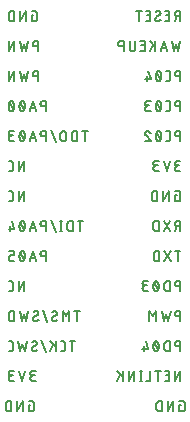
<source format=gbr>
G04 EAGLE Gerber RS-274X export*
G75*
%MOMM*%
%FSLAX34Y34*%
%LPD*%
%INSilkscreen Bottom*%
%IPPOS*%
%AMOC8*
5,1,8,0,0,1.08239X$1,22.5*%
G01*
%ADD10C,0.177800*%


D10*
X48217Y343151D02*
X46820Y343151D01*
X46820Y338494D01*
X49614Y338494D01*
X49698Y338496D01*
X49781Y338502D01*
X49864Y338511D01*
X49947Y338524D01*
X50029Y338541D01*
X50110Y338561D01*
X50190Y338585D01*
X50269Y338613D01*
X50346Y338644D01*
X50422Y338678D01*
X50497Y338716D01*
X50570Y338758D01*
X50640Y338802D01*
X50709Y338850D01*
X50776Y338900D01*
X50840Y338954D01*
X50901Y339010D01*
X50961Y339070D01*
X51017Y339131D01*
X51071Y339195D01*
X51121Y339262D01*
X51169Y339331D01*
X51213Y339401D01*
X51255Y339474D01*
X51293Y339549D01*
X51327Y339625D01*
X51358Y339702D01*
X51386Y339781D01*
X51410Y339861D01*
X51430Y339942D01*
X51447Y340024D01*
X51460Y340107D01*
X51470Y340190D01*
X51475Y340273D01*
X51477Y340357D01*
X51476Y340357D02*
X51476Y345013D01*
X51477Y345013D02*
X51475Y345099D01*
X51469Y345185D01*
X51459Y345270D01*
X51445Y345355D01*
X51428Y345440D01*
X51406Y345523D01*
X51380Y345605D01*
X51351Y345686D01*
X51318Y345765D01*
X51282Y345843D01*
X51242Y345920D01*
X51198Y345994D01*
X51151Y346066D01*
X51101Y346136D01*
X51047Y346203D01*
X50991Y346268D01*
X50931Y346330D01*
X50869Y346390D01*
X50804Y346446D01*
X50737Y346500D01*
X50667Y346550D01*
X50595Y346597D01*
X50521Y346641D01*
X50444Y346681D01*
X50367Y346717D01*
X50287Y346750D01*
X50206Y346779D01*
X50124Y346805D01*
X50041Y346827D01*
X49956Y346844D01*
X49871Y346858D01*
X49786Y346868D01*
X49700Y346874D01*
X49614Y346876D01*
X46820Y346876D01*
X41723Y346876D02*
X41723Y338494D01*
X37066Y338494D02*
X41723Y346876D01*
X37066Y346876D02*
X37066Y338494D01*
X31969Y338494D02*
X31969Y346876D01*
X29641Y346876D01*
X29545Y346874D01*
X29449Y346868D01*
X29353Y346858D01*
X29258Y346844D01*
X29163Y346826D01*
X29070Y346805D01*
X28977Y346779D01*
X28885Y346750D01*
X28795Y346717D01*
X28706Y346680D01*
X28619Y346639D01*
X28533Y346595D01*
X28449Y346548D01*
X28368Y346497D01*
X28288Y346443D01*
X28211Y346385D01*
X28136Y346324D01*
X28064Y346261D01*
X27995Y346194D01*
X27928Y346125D01*
X27865Y346053D01*
X27804Y345978D01*
X27746Y345901D01*
X27692Y345821D01*
X27641Y345740D01*
X27594Y345656D01*
X27550Y345570D01*
X27509Y345483D01*
X27472Y345394D01*
X27439Y345304D01*
X27410Y345212D01*
X27384Y345120D01*
X27363Y345026D01*
X27345Y344931D01*
X27331Y344836D01*
X27321Y344740D01*
X27315Y344644D01*
X27313Y344548D01*
X27313Y340822D01*
X27315Y340728D01*
X27321Y340635D01*
X27330Y340541D01*
X27343Y340449D01*
X27360Y340356D01*
X27381Y340265D01*
X27405Y340174D01*
X27433Y340085D01*
X27464Y339996D01*
X27499Y339909D01*
X27538Y339824D01*
X27580Y339740D01*
X27625Y339658D01*
X27673Y339578D01*
X27725Y339500D01*
X27780Y339423D01*
X27838Y339350D01*
X27898Y339278D01*
X27962Y339209D01*
X28028Y339143D01*
X28097Y339079D01*
X28169Y339019D01*
X28242Y338961D01*
X28319Y338906D01*
X28397Y338854D01*
X28477Y338806D01*
X28559Y338761D01*
X28643Y338719D01*
X28729Y338680D01*
X28816Y338645D01*
X28904Y338614D01*
X28993Y338586D01*
X29084Y338562D01*
X29175Y338541D01*
X29268Y338524D01*
X29360Y338511D01*
X29454Y338502D01*
X29547Y338496D01*
X29641Y338494D01*
X31969Y338494D01*
X52480Y321476D02*
X52480Y313094D01*
X52480Y321476D02*
X50151Y321476D01*
X50056Y321474D01*
X49961Y321468D01*
X49867Y321459D01*
X49773Y321445D01*
X49679Y321428D01*
X49587Y321407D01*
X49495Y321382D01*
X49405Y321353D01*
X49315Y321321D01*
X49227Y321285D01*
X49141Y321245D01*
X49056Y321203D01*
X48973Y321156D01*
X48892Y321106D01*
X48814Y321053D01*
X48737Y320997D01*
X48663Y320938D01*
X48591Y320876D01*
X48522Y320811D01*
X48455Y320743D01*
X48392Y320673D01*
X48331Y320599D01*
X48273Y320524D01*
X48219Y320446D01*
X48167Y320366D01*
X48119Y320284D01*
X48075Y320201D01*
X48033Y320115D01*
X47996Y320028D01*
X47962Y319939D01*
X47931Y319849D01*
X47904Y319758D01*
X47881Y319666D01*
X47862Y319573D01*
X47847Y319479D01*
X47835Y319385D01*
X47827Y319290D01*
X47823Y319195D01*
X47823Y319101D01*
X47827Y319006D01*
X47835Y318911D01*
X47847Y318817D01*
X47862Y318723D01*
X47881Y318630D01*
X47904Y318538D01*
X47931Y318447D01*
X47962Y318357D01*
X47996Y318268D01*
X48033Y318181D01*
X48075Y318095D01*
X48119Y318012D01*
X48167Y317930D01*
X48219Y317850D01*
X48273Y317772D01*
X48331Y317697D01*
X48392Y317623D01*
X48455Y317553D01*
X48522Y317485D01*
X48591Y317420D01*
X48663Y317358D01*
X48737Y317299D01*
X48814Y317243D01*
X48892Y317190D01*
X48973Y317140D01*
X49056Y317093D01*
X49141Y317051D01*
X49227Y317011D01*
X49315Y316975D01*
X49405Y316943D01*
X49495Y316914D01*
X49587Y316889D01*
X49679Y316868D01*
X49773Y316851D01*
X49867Y316837D01*
X49961Y316828D01*
X50056Y316822D01*
X50151Y316820D01*
X50151Y316819D02*
X52480Y316819D01*
X44034Y321476D02*
X42172Y313094D01*
X40309Y318682D01*
X38446Y313094D01*
X36584Y321476D01*
X31969Y321476D02*
X31969Y313094D01*
X27313Y313094D02*
X31969Y321476D01*
X27313Y321476D02*
X27313Y313094D01*
X52480Y296076D02*
X52480Y287694D01*
X52480Y296076D02*
X50151Y296076D01*
X50056Y296074D01*
X49961Y296068D01*
X49867Y296059D01*
X49773Y296045D01*
X49679Y296028D01*
X49587Y296007D01*
X49495Y295982D01*
X49405Y295953D01*
X49315Y295921D01*
X49227Y295885D01*
X49141Y295845D01*
X49056Y295803D01*
X48973Y295756D01*
X48892Y295706D01*
X48814Y295653D01*
X48737Y295597D01*
X48663Y295538D01*
X48591Y295476D01*
X48522Y295411D01*
X48455Y295343D01*
X48392Y295273D01*
X48331Y295199D01*
X48273Y295124D01*
X48219Y295046D01*
X48167Y294966D01*
X48119Y294884D01*
X48075Y294801D01*
X48033Y294715D01*
X47996Y294628D01*
X47962Y294539D01*
X47931Y294449D01*
X47904Y294358D01*
X47881Y294266D01*
X47862Y294173D01*
X47847Y294079D01*
X47835Y293985D01*
X47827Y293890D01*
X47823Y293795D01*
X47823Y293701D01*
X47827Y293606D01*
X47835Y293511D01*
X47847Y293417D01*
X47862Y293323D01*
X47881Y293230D01*
X47904Y293138D01*
X47931Y293047D01*
X47962Y292957D01*
X47996Y292868D01*
X48033Y292781D01*
X48075Y292695D01*
X48119Y292612D01*
X48167Y292530D01*
X48219Y292450D01*
X48273Y292372D01*
X48331Y292297D01*
X48392Y292223D01*
X48455Y292153D01*
X48522Y292085D01*
X48591Y292020D01*
X48663Y291958D01*
X48737Y291899D01*
X48814Y291843D01*
X48892Y291790D01*
X48973Y291740D01*
X49056Y291693D01*
X49141Y291651D01*
X49227Y291611D01*
X49315Y291575D01*
X49405Y291543D01*
X49495Y291514D01*
X49587Y291489D01*
X49679Y291468D01*
X49773Y291451D01*
X49867Y291437D01*
X49961Y291428D01*
X50056Y291422D01*
X50151Y291420D01*
X50151Y291419D02*
X52480Y291419D01*
X44034Y296076D02*
X42172Y287694D01*
X40309Y293282D01*
X38446Y287694D01*
X36584Y296076D01*
X31969Y296076D02*
X31969Y287694D01*
X27313Y287694D02*
X31969Y296076D01*
X27313Y296076D02*
X27313Y287694D01*
X58880Y270676D02*
X58880Y262294D01*
X58880Y270676D02*
X56552Y270676D01*
X56457Y270674D01*
X56362Y270668D01*
X56268Y270659D01*
X56174Y270645D01*
X56080Y270628D01*
X55988Y270607D01*
X55896Y270582D01*
X55806Y270553D01*
X55716Y270521D01*
X55628Y270485D01*
X55542Y270445D01*
X55457Y270403D01*
X55374Y270356D01*
X55293Y270306D01*
X55215Y270253D01*
X55138Y270197D01*
X55064Y270138D01*
X54992Y270076D01*
X54923Y270011D01*
X54856Y269943D01*
X54793Y269873D01*
X54732Y269799D01*
X54674Y269724D01*
X54620Y269646D01*
X54568Y269566D01*
X54520Y269484D01*
X54476Y269401D01*
X54434Y269315D01*
X54397Y269228D01*
X54363Y269139D01*
X54332Y269049D01*
X54305Y268958D01*
X54282Y268866D01*
X54263Y268773D01*
X54248Y268679D01*
X54236Y268585D01*
X54228Y268490D01*
X54224Y268395D01*
X54224Y268301D01*
X54228Y268206D01*
X54236Y268111D01*
X54248Y268017D01*
X54263Y267923D01*
X54282Y267830D01*
X54305Y267738D01*
X54332Y267647D01*
X54363Y267557D01*
X54397Y267468D01*
X54434Y267381D01*
X54476Y267295D01*
X54520Y267212D01*
X54568Y267130D01*
X54620Y267050D01*
X54674Y266972D01*
X54732Y266897D01*
X54793Y266823D01*
X54856Y266753D01*
X54923Y266685D01*
X54992Y266620D01*
X55064Y266558D01*
X55138Y266499D01*
X55215Y266443D01*
X55293Y266390D01*
X55374Y266340D01*
X55457Y266293D01*
X55542Y266251D01*
X55628Y266211D01*
X55716Y266175D01*
X55806Y266143D01*
X55896Y266114D01*
X55988Y266089D01*
X56080Y266068D01*
X56174Y266051D01*
X56268Y266037D01*
X56362Y266028D01*
X56457Y266022D01*
X56552Y266020D01*
X56552Y266019D02*
X58880Y266019D01*
X50723Y262294D02*
X47929Y270676D01*
X45135Y262294D01*
X45833Y264389D02*
X50024Y264389D01*
X41113Y266485D02*
X41111Y266650D01*
X41105Y266815D01*
X41095Y266979D01*
X41082Y267144D01*
X41064Y267308D01*
X41042Y267471D01*
X41017Y267634D01*
X40987Y267796D01*
X40954Y267958D01*
X40917Y268118D01*
X40876Y268278D01*
X40831Y268437D01*
X40783Y268594D01*
X40731Y268751D01*
X40675Y268906D01*
X40615Y269060D01*
X40552Y269212D01*
X40485Y269363D01*
X40415Y269512D01*
X40386Y269589D01*
X40354Y269665D01*
X40319Y269739D01*
X40279Y269811D01*
X40237Y269881D01*
X40191Y269949D01*
X40142Y270015D01*
X40089Y270079D01*
X40034Y270140D01*
X39976Y270198D01*
X39916Y270253D01*
X39852Y270306D01*
X39786Y270355D01*
X39718Y270401D01*
X39648Y270444D01*
X39576Y270484D01*
X39502Y270520D01*
X39427Y270552D01*
X39350Y270581D01*
X39272Y270606D01*
X39192Y270627D01*
X39112Y270645D01*
X39031Y270658D01*
X38949Y270668D01*
X38867Y270674D01*
X38785Y270676D01*
X38703Y270674D01*
X38621Y270668D01*
X38539Y270658D01*
X38458Y270645D01*
X38378Y270627D01*
X38298Y270606D01*
X38220Y270581D01*
X38143Y270552D01*
X38068Y270520D01*
X37994Y270484D01*
X37922Y270444D01*
X37852Y270401D01*
X37784Y270355D01*
X37718Y270306D01*
X37655Y270253D01*
X37594Y270198D01*
X37536Y270140D01*
X37481Y270079D01*
X37428Y270015D01*
X37379Y269949D01*
X37333Y269881D01*
X37291Y269811D01*
X37252Y269739D01*
X37216Y269665D01*
X37184Y269589D01*
X37155Y269512D01*
X37085Y269363D01*
X37018Y269212D01*
X36955Y269060D01*
X36895Y268906D01*
X36839Y268751D01*
X36787Y268594D01*
X36739Y268437D01*
X36694Y268278D01*
X36653Y268118D01*
X36616Y267958D01*
X36583Y267796D01*
X36553Y267634D01*
X36528Y267471D01*
X36506Y267308D01*
X36488Y267144D01*
X36475Y266979D01*
X36465Y266815D01*
X36459Y266650D01*
X36457Y266485D01*
X41114Y266485D02*
X41112Y266320D01*
X41106Y266155D01*
X41096Y265991D01*
X41083Y265826D01*
X41065Y265662D01*
X41043Y265499D01*
X41018Y265336D01*
X40988Y265174D01*
X40955Y265012D01*
X40918Y264851D01*
X40877Y264692D01*
X40832Y264533D01*
X40784Y264375D01*
X40732Y264219D01*
X40676Y264064D01*
X40616Y263910D01*
X40553Y263758D01*
X40486Y263607D01*
X40415Y263458D01*
X40386Y263381D01*
X40354Y263305D01*
X40318Y263231D01*
X40279Y263159D01*
X40237Y263089D01*
X40191Y263021D01*
X40142Y262955D01*
X40089Y262891D01*
X40034Y262830D01*
X39976Y262772D01*
X39916Y262717D01*
X39852Y262664D01*
X39786Y262615D01*
X39718Y262569D01*
X39648Y262526D01*
X39576Y262486D01*
X39502Y262450D01*
X39427Y262418D01*
X39350Y262389D01*
X39272Y262364D01*
X39192Y262343D01*
X39112Y262325D01*
X39031Y262312D01*
X38949Y262302D01*
X38867Y262296D01*
X38785Y262294D01*
X37155Y263458D02*
X37084Y263607D01*
X37017Y263758D01*
X36954Y263910D01*
X36894Y264064D01*
X36838Y264219D01*
X36786Y264375D01*
X36738Y264533D01*
X36693Y264692D01*
X36652Y264851D01*
X36615Y265012D01*
X36582Y265174D01*
X36552Y265336D01*
X36527Y265499D01*
X36505Y265662D01*
X36487Y265826D01*
X36474Y265991D01*
X36464Y266155D01*
X36458Y266320D01*
X36456Y266485D01*
X37155Y263458D02*
X37184Y263381D01*
X37216Y263305D01*
X37252Y263231D01*
X37291Y263159D01*
X37333Y263089D01*
X37379Y263021D01*
X37428Y262955D01*
X37481Y262891D01*
X37536Y262830D01*
X37594Y262772D01*
X37655Y262717D01*
X37718Y262664D01*
X37784Y262615D01*
X37852Y262569D01*
X37922Y262526D01*
X37994Y262486D01*
X38068Y262450D01*
X38143Y262418D01*
X38220Y262389D01*
X38298Y262364D01*
X38378Y262343D01*
X38458Y262325D01*
X38539Y262312D01*
X38621Y262302D01*
X38703Y262296D01*
X38785Y262294D01*
X40648Y264157D02*
X36922Y268813D01*
X31969Y266485D02*
X31967Y266650D01*
X31961Y266815D01*
X31951Y266979D01*
X31938Y267144D01*
X31920Y267308D01*
X31898Y267471D01*
X31873Y267634D01*
X31843Y267796D01*
X31810Y267958D01*
X31773Y268118D01*
X31732Y268278D01*
X31687Y268437D01*
X31639Y268594D01*
X31587Y268751D01*
X31531Y268906D01*
X31471Y269060D01*
X31408Y269212D01*
X31341Y269363D01*
X31271Y269512D01*
X31242Y269589D01*
X31210Y269665D01*
X31175Y269739D01*
X31135Y269811D01*
X31093Y269881D01*
X31047Y269949D01*
X30998Y270015D01*
X30945Y270079D01*
X30890Y270140D01*
X30832Y270198D01*
X30772Y270253D01*
X30708Y270306D01*
X30642Y270355D01*
X30574Y270401D01*
X30504Y270444D01*
X30432Y270484D01*
X30358Y270520D01*
X30283Y270552D01*
X30206Y270581D01*
X30128Y270606D01*
X30048Y270627D01*
X29968Y270645D01*
X29887Y270658D01*
X29805Y270668D01*
X29723Y270674D01*
X29641Y270676D01*
X29559Y270674D01*
X29477Y270668D01*
X29395Y270658D01*
X29314Y270645D01*
X29234Y270627D01*
X29154Y270606D01*
X29076Y270581D01*
X28999Y270552D01*
X28924Y270520D01*
X28850Y270484D01*
X28778Y270444D01*
X28708Y270401D01*
X28640Y270355D01*
X28574Y270306D01*
X28511Y270253D01*
X28450Y270198D01*
X28392Y270140D01*
X28337Y270079D01*
X28284Y270015D01*
X28235Y269949D01*
X28189Y269881D01*
X28147Y269811D01*
X28108Y269739D01*
X28072Y269665D01*
X28040Y269589D01*
X28011Y269512D01*
X27941Y269363D01*
X27874Y269212D01*
X27811Y269060D01*
X27751Y268906D01*
X27695Y268751D01*
X27643Y268594D01*
X27595Y268437D01*
X27550Y268278D01*
X27509Y268118D01*
X27472Y267958D01*
X27439Y267796D01*
X27409Y267634D01*
X27384Y267471D01*
X27362Y267308D01*
X27344Y267144D01*
X27331Y266979D01*
X27321Y266815D01*
X27315Y266650D01*
X27313Y266485D01*
X31970Y266485D02*
X31968Y266320D01*
X31962Y266155D01*
X31952Y265991D01*
X31939Y265826D01*
X31921Y265662D01*
X31899Y265499D01*
X31874Y265336D01*
X31844Y265174D01*
X31811Y265012D01*
X31774Y264851D01*
X31733Y264692D01*
X31688Y264533D01*
X31640Y264375D01*
X31588Y264219D01*
X31532Y264064D01*
X31472Y263910D01*
X31409Y263758D01*
X31342Y263607D01*
X31271Y263458D01*
X31242Y263381D01*
X31210Y263305D01*
X31174Y263231D01*
X31135Y263159D01*
X31093Y263089D01*
X31047Y263021D01*
X30998Y262955D01*
X30945Y262891D01*
X30890Y262830D01*
X30832Y262772D01*
X30772Y262717D01*
X30708Y262664D01*
X30642Y262615D01*
X30574Y262569D01*
X30504Y262526D01*
X30432Y262486D01*
X30358Y262450D01*
X30283Y262418D01*
X30206Y262389D01*
X30128Y262364D01*
X30048Y262343D01*
X29968Y262325D01*
X29887Y262312D01*
X29805Y262302D01*
X29723Y262296D01*
X29641Y262294D01*
X28011Y263458D02*
X27940Y263607D01*
X27873Y263758D01*
X27810Y263910D01*
X27750Y264064D01*
X27694Y264219D01*
X27642Y264375D01*
X27594Y264533D01*
X27549Y264692D01*
X27508Y264851D01*
X27471Y265012D01*
X27438Y265174D01*
X27408Y265336D01*
X27383Y265499D01*
X27361Y265662D01*
X27343Y265826D01*
X27330Y265991D01*
X27320Y266155D01*
X27314Y266320D01*
X27312Y266485D01*
X28011Y263458D02*
X28040Y263381D01*
X28072Y263305D01*
X28108Y263231D01*
X28147Y263159D01*
X28189Y263089D01*
X28235Y263021D01*
X28284Y262955D01*
X28337Y262891D01*
X28392Y262830D01*
X28450Y262772D01*
X28511Y262717D01*
X28574Y262664D01*
X28640Y262615D01*
X28708Y262569D01*
X28778Y262526D01*
X28850Y262486D01*
X28924Y262450D01*
X28999Y262418D01*
X29076Y262389D01*
X29154Y262364D01*
X29234Y262343D01*
X29314Y262325D01*
X29395Y262312D01*
X29477Y262302D01*
X29559Y262296D01*
X29641Y262294D01*
X31504Y264157D02*
X27778Y268813D01*
X91820Y245276D02*
X91820Y236894D01*
X94148Y245276D02*
X89492Y245276D01*
X85309Y245276D02*
X85309Y236894D01*
X85309Y245276D02*
X82981Y245276D01*
X82885Y245274D01*
X82789Y245268D01*
X82693Y245258D01*
X82598Y245244D01*
X82503Y245226D01*
X82410Y245205D01*
X82317Y245179D01*
X82225Y245150D01*
X82135Y245117D01*
X82046Y245080D01*
X81959Y245039D01*
X81873Y244995D01*
X81789Y244948D01*
X81708Y244897D01*
X81628Y244843D01*
X81551Y244785D01*
X81476Y244724D01*
X81404Y244661D01*
X81335Y244594D01*
X81268Y244525D01*
X81205Y244453D01*
X81144Y244378D01*
X81086Y244301D01*
X81032Y244221D01*
X80981Y244140D01*
X80934Y244056D01*
X80890Y243970D01*
X80849Y243883D01*
X80812Y243794D01*
X80779Y243704D01*
X80750Y243612D01*
X80724Y243520D01*
X80703Y243426D01*
X80685Y243331D01*
X80671Y243236D01*
X80661Y243140D01*
X80655Y243044D01*
X80653Y242948D01*
X80652Y242948D02*
X80652Y239222D01*
X80653Y239222D02*
X80655Y239128D01*
X80661Y239035D01*
X80670Y238941D01*
X80683Y238849D01*
X80700Y238756D01*
X80721Y238665D01*
X80745Y238574D01*
X80773Y238485D01*
X80804Y238396D01*
X80839Y238309D01*
X80878Y238224D01*
X80920Y238140D01*
X80965Y238058D01*
X81013Y237978D01*
X81065Y237900D01*
X81120Y237823D01*
X81178Y237750D01*
X81238Y237678D01*
X81302Y237609D01*
X81368Y237543D01*
X81437Y237479D01*
X81509Y237419D01*
X81582Y237361D01*
X81659Y237306D01*
X81737Y237254D01*
X81817Y237206D01*
X81899Y237161D01*
X81983Y237119D01*
X82069Y237080D01*
X82156Y237045D01*
X82244Y237014D01*
X82333Y236986D01*
X82424Y236962D01*
X82515Y236941D01*
X82608Y236924D01*
X82700Y236911D01*
X82794Y236902D01*
X82887Y236896D01*
X82981Y236894D01*
X85309Y236894D01*
X75860Y239222D02*
X75860Y242948D01*
X75858Y243043D01*
X75852Y243138D01*
X75843Y243232D01*
X75829Y243326D01*
X75812Y243420D01*
X75791Y243512D01*
X75766Y243604D01*
X75737Y243694D01*
X75705Y243784D01*
X75669Y243872D01*
X75629Y243958D01*
X75587Y244043D01*
X75540Y244126D01*
X75490Y244207D01*
X75437Y244285D01*
X75381Y244362D01*
X75322Y244436D01*
X75260Y244508D01*
X75195Y244577D01*
X75127Y244644D01*
X75057Y244707D01*
X74983Y244768D01*
X74908Y244826D01*
X74830Y244880D01*
X74750Y244932D01*
X74668Y244980D01*
X74585Y245024D01*
X74499Y245066D01*
X74412Y245103D01*
X74323Y245137D01*
X74233Y245168D01*
X74142Y245195D01*
X74050Y245218D01*
X73957Y245237D01*
X73863Y245252D01*
X73769Y245264D01*
X73674Y245272D01*
X73579Y245276D01*
X73485Y245276D01*
X73390Y245272D01*
X73295Y245264D01*
X73201Y245252D01*
X73107Y245237D01*
X73014Y245218D01*
X72922Y245195D01*
X72831Y245168D01*
X72741Y245137D01*
X72652Y245103D01*
X72565Y245066D01*
X72479Y245024D01*
X72396Y244980D01*
X72314Y244932D01*
X72234Y244880D01*
X72156Y244826D01*
X72081Y244768D01*
X72007Y244707D01*
X71937Y244644D01*
X71869Y244577D01*
X71804Y244508D01*
X71742Y244436D01*
X71683Y244362D01*
X71627Y244285D01*
X71574Y244207D01*
X71524Y244126D01*
X71477Y244043D01*
X71435Y243958D01*
X71395Y243872D01*
X71359Y243784D01*
X71327Y243694D01*
X71298Y243604D01*
X71273Y243512D01*
X71252Y243420D01*
X71235Y243326D01*
X71221Y243232D01*
X71212Y243138D01*
X71206Y243043D01*
X71204Y242948D01*
X71204Y239222D01*
X71206Y239127D01*
X71212Y239032D01*
X71221Y238938D01*
X71235Y238844D01*
X71252Y238750D01*
X71273Y238658D01*
X71298Y238566D01*
X71327Y238476D01*
X71359Y238386D01*
X71395Y238298D01*
X71435Y238212D01*
X71477Y238127D01*
X71524Y238044D01*
X71574Y237963D01*
X71627Y237885D01*
X71683Y237808D01*
X71742Y237734D01*
X71804Y237662D01*
X71869Y237593D01*
X71937Y237526D01*
X72007Y237463D01*
X72081Y237402D01*
X72156Y237344D01*
X72234Y237290D01*
X72314Y237238D01*
X72396Y237190D01*
X72479Y237146D01*
X72565Y237104D01*
X72652Y237067D01*
X72741Y237033D01*
X72831Y237002D01*
X72922Y236975D01*
X73014Y236952D01*
X73107Y236933D01*
X73201Y236918D01*
X73295Y236906D01*
X73390Y236898D01*
X73485Y236894D01*
X73579Y236894D01*
X73674Y236898D01*
X73769Y236906D01*
X73863Y236918D01*
X73957Y236933D01*
X74050Y236952D01*
X74142Y236975D01*
X74233Y237002D01*
X74323Y237033D01*
X74412Y237067D01*
X74499Y237104D01*
X74585Y237146D01*
X74668Y237190D01*
X74750Y237238D01*
X74830Y237290D01*
X74908Y237344D01*
X74983Y237402D01*
X75057Y237463D01*
X75127Y237526D01*
X75195Y237593D01*
X75260Y237662D01*
X75322Y237734D01*
X75381Y237808D01*
X75437Y237885D01*
X75490Y237963D01*
X75540Y238044D01*
X75587Y238127D01*
X75629Y238212D01*
X75669Y238298D01*
X75705Y238386D01*
X75737Y238476D01*
X75766Y238566D01*
X75791Y238658D01*
X75812Y238750D01*
X75829Y238844D01*
X75843Y238938D01*
X75852Y239032D01*
X75858Y239127D01*
X75860Y239222D01*
X67165Y235963D02*
X63440Y246207D01*
X58880Y245276D02*
X58880Y236894D01*
X58880Y245276D02*
X56552Y245276D01*
X56457Y245274D01*
X56362Y245268D01*
X56268Y245259D01*
X56174Y245245D01*
X56080Y245228D01*
X55988Y245207D01*
X55896Y245182D01*
X55806Y245153D01*
X55716Y245121D01*
X55628Y245085D01*
X55542Y245045D01*
X55457Y245003D01*
X55374Y244956D01*
X55293Y244906D01*
X55215Y244853D01*
X55138Y244797D01*
X55064Y244738D01*
X54992Y244676D01*
X54923Y244611D01*
X54856Y244543D01*
X54793Y244473D01*
X54732Y244399D01*
X54674Y244324D01*
X54620Y244246D01*
X54568Y244166D01*
X54520Y244084D01*
X54476Y244001D01*
X54434Y243915D01*
X54397Y243828D01*
X54363Y243739D01*
X54332Y243649D01*
X54305Y243558D01*
X54282Y243466D01*
X54263Y243373D01*
X54248Y243279D01*
X54236Y243185D01*
X54228Y243090D01*
X54224Y242995D01*
X54224Y242901D01*
X54228Y242806D01*
X54236Y242711D01*
X54248Y242617D01*
X54263Y242523D01*
X54282Y242430D01*
X54305Y242338D01*
X54332Y242247D01*
X54363Y242157D01*
X54397Y242068D01*
X54434Y241981D01*
X54476Y241895D01*
X54520Y241812D01*
X54568Y241730D01*
X54620Y241650D01*
X54674Y241572D01*
X54732Y241497D01*
X54793Y241423D01*
X54856Y241353D01*
X54923Y241285D01*
X54992Y241220D01*
X55064Y241158D01*
X55138Y241099D01*
X55215Y241043D01*
X55293Y240990D01*
X55374Y240940D01*
X55457Y240893D01*
X55542Y240851D01*
X55628Y240811D01*
X55716Y240775D01*
X55806Y240743D01*
X55896Y240714D01*
X55988Y240689D01*
X56080Y240668D01*
X56174Y240651D01*
X56268Y240637D01*
X56362Y240628D01*
X56457Y240622D01*
X56552Y240620D01*
X56552Y240619D02*
X58880Y240619D01*
X50723Y236894D02*
X47929Y245276D01*
X45135Y236894D01*
X45833Y238989D02*
X50024Y238989D01*
X41113Y241085D02*
X41111Y241250D01*
X41105Y241415D01*
X41095Y241579D01*
X41082Y241744D01*
X41064Y241908D01*
X41042Y242071D01*
X41017Y242234D01*
X40987Y242396D01*
X40954Y242558D01*
X40917Y242718D01*
X40876Y242878D01*
X40831Y243037D01*
X40783Y243194D01*
X40731Y243351D01*
X40675Y243506D01*
X40615Y243660D01*
X40552Y243812D01*
X40485Y243963D01*
X40415Y244112D01*
X40386Y244189D01*
X40354Y244265D01*
X40319Y244339D01*
X40279Y244411D01*
X40237Y244481D01*
X40191Y244549D01*
X40142Y244615D01*
X40089Y244679D01*
X40034Y244740D01*
X39976Y244798D01*
X39916Y244853D01*
X39852Y244906D01*
X39786Y244955D01*
X39718Y245001D01*
X39648Y245044D01*
X39576Y245084D01*
X39502Y245120D01*
X39427Y245152D01*
X39350Y245181D01*
X39272Y245206D01*
X39192Y245227D01*
X39112Y245245D01*
X39031Y245258D01*
X38949Y245268D01*
X38867Y245274D01*
X38785Y245276D01*
X38703Y245274D01*
X38621Y245268D01*
X38539Y245258D01*
X38458Y245245D01*
X38378Y245227D01*
X38298Y245206D01*
X38220Y245181D01*
X38143Y245152D01*
X38068Y245120D01*
X37994Y245084D01*
X37922Y245044D01*
X37852Y245001D01*
X37784Y244955D01*
X37718Y244906D01*
X37655Y244853D01*
X37594Y244798D01*
X37536Y244740D01*
X37481Y244679D01*
X37428Y244615D01*
X37379Y244549D01*
X37333Y244481D01*
X37291Y244411D01*
X37252Y244339D01*
X37216Y244265D01*
X37184Y244189D01*
X37155Y244112D01*
X37085Y243963D01*
X37018Y243812D01*
X36955Y243660D01*
X36895Y243506D01*
X36839Y243351D01*
X36787Y243194D01*
X36739Y243037D01*
X36694Y242878D01*
X36653Y242718D01*
X36616Y242558D01*
X36583Y242396D01*
X36553Y242234D01*
X36528Y242071D01*
X36506Y241908D01*
X36488Y241744D01*
X36475Y241579D01*
X36465Y241415D01*
X36459Y241250D01*
X36457Y241085D01*
X41114Y241085D02*
X41112Y240920D01*
X41106Y240755D01*
X41096Y240591D01*
X41083Y240426D01*
X41065Y240262D01*
X41043Y240099D01*
X41018Y239936D01*
X40988Y239774D01*
X40955Y239612D01*
X40918Y239451D01*
X40877Y239292D01*
X40832Y239133D01*
X40784Y238975D01*
X40732Y238819D01*
X40676Y238664D01*
X40616Y238510D01*
X40553Y238358D01*
X40486Y238207D01*
X40415Y238058D01*
X40386Y237981D01*
X40354Y237905D01*
X40318Y237831D01*
X40279Y237759D01*
X40237Y237689D01*
X40191Y237621D01*
X40142Y237555D01*
X40089Y237491D01*
X40034Y237430D01*
X39976Y237372D01*
X39916Y237317D01*
X39852Y237264D01*
X39786Y237215D01*
X39718Y237169D01*
X39648Y237126D01*
X39576Y237086D01*
X39502Y237050D01*
X39427Y237018D01*
X39350Y236989D01*
X39272Y236964D01*
X39192Y236943D01*
X39112Y236925D01*
X39031Y236912D01*
X38949Y236902D01*
X38867Y236896D01*
X38785Y236894D01*
X37155Y238058D02*
X37084Y238207D01*
X37017Y238358D01*
X36954Y238510D01*
X36894Y238664D01*
X36838Y238819D01*
X36786Y238975D01*
X36738Y239133D01*
X36693Y239292D01*
X36652Y239451D01*
X36615Y239612D01*
X36582Y239774D01*
X36552Y239936D01*
X36527Y240099D01*
X36505Y240262D01*
X36487Y240426D01*
X36474Y240591D01*
X36464Y240755D01*
X36458Y240920D01*
X36456Y241085D01*
X37155Y238058D02*
X37184Y237981D01*
X37216Y237905D01*
X37252Y237831D01*
X37291Y237759D01*
X37333Y237689D01*
X37379Y237621D01*
X37428Y237555D01*
X37481Y237491D01*
X37536Y237430D01*
X37594Y237372D01*
X37655Y237317D01*
X37718Y237264D01*
X37784Y237215D01*
X37852Y237169D01*
X37922Y237126D01*
X37994Y237086D01*
X38068Y237050D01*
X38143Y237018D01*
X38220Y236989D01*
X38298Y236964D01*
X38378Y236943D01*
X38458Y236925D01*
X38539Y236912D01*
X38621Y236902D01*
X38703Y236896D01*
X38785Y236894D01*
X40648Y238757D02*
X36922Y243413D01*
X31969Y236894D02*
X29641Y236894D01*
X29546Y236896D01*
X29451Y236902D01*
X29357Y236911D01*
X29263Y236925D01*
X29169Y236942D01*
X29077Y236963D01*
X28985Y236988D01*
X28895Y237017D01*
X28805Y237049D01*
X28717Y237085D01*
X28631Y237125D01*
X28546Y237167D01*
X28463Y237214D01*
X28382Y237264D01*
X28304Y237317D01*
X28227Y237373D01*
X28153Y237432D01*
X28081Y237494D01*
X28012Y237559D01*
X27945Y237627D01*
X27882Y237697D01*
X27821Y237771D01*
X27763Y237846D01*
X27709Y237924D01*
X27657Y238004D01*
X27609Y238086D01*
X27565Y238169D01*
X27523Y238255D01*
X27486Y238342D01*
X27452Y238431D01*
X27421Y238521D01*
X27394Y238612D01*
X27371Y238704D01*
X27352Y238797D01*
X27337Y238891D01*
X27325Y238985D01*
X27317Y239080D01*
X27313Y239175D01*
X27313Y239269D01*
X27317Y239364D01*
X27325Y239459D01*
X27337Y239553D01*
X27352Y239647D01*
X27371Y239740D01*
X27394Y239832D01*
X27421Y239923D01*
X27452Y240013D01*
X27486Y240102D01*
X27523Y240189D01*
X27565Y240275D01*
X27609Y240358D01*
X27657Y240440D01*
X27709Y240520D01*
X27763Y240598D01*
X27821Y240673D01*
X27882Y240747D01*
X27945Y240817D01*
X28012Y240885D01*
X28081Y240950D01*
X28153Y241012D01*
X28227Y241071D01*
X28304Y241127D01*
X28382Y241180D01*
X28463Y241230D01*
X28546Y241277D01*
X28631Y241319D01*
X28717Y241359D01*
X28805Y241395D01*
X28895Y241427D01*
X28985Y241456D01*
X29077Y241481D01*
X29169Y241502D01*
X29263Y241519D01*
X29357Y241533D01*
X29451Y241542D01*
X29546Y241548D01*
X29641Y241550D01*
X29175Y245276D02*
X31969Y245276D01*
X29175Y245276D02*
X29090Y245274D01*
X29006Y245268D01*
X28921Y245259D01*
X28838Y245245D01*
X28755Y245228D01*
X28672Y245207D01*
X28591Y245182D01*
X28511Y245154D01*
X28433Y245122D01*
X28356Y245086D01*
X28280Y245047D01*
X28207Y245005D01*
X28136Y244959D01*
X28066Y244910D01*
X27999Y244858D01*
X27935Y244803D01*
X27873Y244745D01*
X27813Y244685D01*
X27757Y244621D01*
X27703Y244556D01*
X27653Y244487D01*
X27606Y244417D01*
X27562Y244345D01*
X27521Y244270D01*
X27484Y244194D01*
X27450Y244116D01*
X27420Y244037D01*
X27393Y243956D01*
X27370Y243875D01*
X27351Y243792D01*
X27336Y243709D01*
X27324Y243625D01*
X27316Y243540D01*
X27312Y243455D01*
X27312Y243371D01*
X27316Y243286D01*
X27324Y243201D01*
X27336Y243117D01*
X27351Y243034D01*
X27370Y242951D01*
X27393Y242870D01*
X27420Y242789D01*
X27450Y242710D01*
X27484Y242632D01*
X27521Y242556D01*
X27562Y242482D01*
X27606Y242409D01*
X27653Y242339D01*
X27703Y242270D01*
X27757Y242205D01*
X27813Y242141D01*
X27873Y242081D01*
X27935Y242023D01*
X27999Y241968D01*
X28066Y241916D01*
X28136Y241867D01*
X28207Y241821D01*
X28280Y241779D01*
X28356Y241740D01*
X28433Y241704D01*
X28511Y241672D01*
X28591Y241644D01*
X28672Y241619D01*
X28755Y241598D01*
X28838Y241581D01*
X28921Y241567D01*
X29006Y241558D01*
X29090Y241552D01*
X29175Y241550D01*
X29175Y241551D02*
X31038Y241551D01*
X40444Y219876D02*
X40444Y211494D01*
X35788Y211494D02*
X40444Y219876D01*
X35788Y219876D02*
X35788Y211494D01*
X29175Y211494D02*
X27313Y211494D01*
X29175Y211494D02*
X29259Y211496D01*
X29342Y211502D01*
X29425Y211511D01*
X29508Y211524D01*
X29590Y211541D01*
X29671Y211561D01*
X29751Y211585D01*
X29830Y211613D01*
X29907Y211644D01*
X29983Y211678D01*
X30058Y211716D01*
X30131Y211758D01*
X30201Y211802D01*
X30270Y211850D01*
X30337Y211900D01*
X30401Y211954D01*
X30462Y212010D01*
X30522Y212070D01*
X30578Y212131D01*
X30632Y212195D01*
X30682Y212262D01*
X30730Y212331D01*
X30774Y212401D01*
X30816Y212474D01*
X30854Y212549D01*
X30888Y212625D01*
X30919Y212702D01*
X30947Y212781D01*
X30971Y212861D01*
X30991Y212942D01*
X31008Y213024D01*
X31021Y213107D01*
X31031Y213190D01*
X31036Y213273D01*
X31038Y213357D01*
X31038Y218013D01*
X31036Y218099D01*
X31030Y218185D01*
X31020Y218270D01*
X31006Y218355D01*
X30989Y218440D01*
X30967Y218523D01*
X30941Y218605D01*
X30912Y218686D01*
X30879Y218765D01*
X30843Y218843D01*
X30803Y218920D01*
X30759Y218994D01*
X30712Y219066D01*
X30662Y219136D01*
X30608Y219203D01*
X30552Y219268D01*
X30492Y219330D01*
X30430Y219390D01*
X30365Y219446D01*
X30298Y219500D01*
X30228Y219550D01*
X30156Y219597D01*
X30082Y219641D01*
X30005Y219681D01*
X29928Y219717D01*
X29848Y219750D01*
X29767Y219779D01*
X29685Y219805D01*
X29602Y219827D01*
X29517Y219844D01*
X29432Y219858D01*
X29347Y219868D01*
X29261Y219874D01*
X29175Y219876D01*
X27313Y219876D01*
X40444Y194476D02*
X40444Y186094D01*
X35788Y186094D02*
X40444Y194476D01*
X35788Y194476D02*
X35788Y186094D01*
X29175Y186094D02*
X27313Y186094D01*
X29175Y186094D02*
X29259Y186096D01*
X29342Y186102D01*
X29425Y186111D01*
X29508Y186124D01*
X29590Y186141D01*
X29671Y186161D01*
X29751Y186185D01*
X29830Y186213D01*
X29907Y186244D01*
X29983Y186278D01*
X30058Y186316D01*
X30131Y186358D01*
X30201Y186402D01*
X30270Y186450D01*
X30337Y186500D01*
X30401Y186554D01*
X30462Y186610D01*
X30522Y186670D01*
X30578Y186731D01*
X30632Y186795D01*
X30682Y186862D01*
X30730Y186931D01*
X30774Y187001D01*
X30816Y187074D01*
X30854Y187149D01*
X30888Y187225D01*
X30919Y187302D01*
X30947Y187381D01*
X30971Y187461D01*
X30991Y187542D01*
X31008Y187624D01*
X31021Y187707D01*
X31031Y187790D01*
X31036Y187873D01*
X31038Y187957D01*
X31038Y192613D01*
X31036Y192699D01*
X31030Y192785D01*
X31020Y192870D01*
X31006Y192955D01*
X30989Y193040D01*
X30967Y193123D01*
X30941Y193205D01*
X30912Y193286D01*
X30879Y193365D01*
X30843Y193443D01*
X30803Y193520D01*
X30759Y193594D01*
X30712Y193666D01*
X30662Y193736D01*
X30608Y193803D01*
X30552Y193868D01*
X30492Y193930D01*
X30430Y193990D01*
X30365Y194046D01*
X30298Y194100D01*
X30228Y194150D01*
X30156Y194197D01*
X30082Y194241D01*
X30005Y194281D01*
X29928Y194317D01*
X29848Y194350D01*
X29767Y194379D01*
X29685Y194405D01*
X29602Y194427D01*
X29517Y194444D01*
X29432Y194458D01*
X29347Y194468D01*
X29261Y194474D01*
X29175Y194476D01*
X27313Y194476D01*
X88162Y169076D02*
X88162Y160694D01*
X90491Y169076D02*
X85834Y169076D01*
X81651Y169076D02*
X81651Y160694D01*
X81651Y169076D02*
X79323Y169076D01*
X79227Y169074D01*
X79131Y169068D01*
X79035Y169058D01*
X78940Y169044D01*
X78845Y169026D01*
X78752Y169005D01*
X78659Y168979D01*
X78567Y168950D01*
X78477Y168917D01*
X78388Y168880D01*
X78301Y168839D01*
X78215Y168795D01*
X78131Y168748D01*
X78050Y168697D01*
X77970Y168643D01*
X77893Y168585D01*
X77818Y168524D01*
X77746Y168461D01*
X77677Y168394D01*
X77610Y168325D01*
X77547Y168253D01*
X77486Y168178D01*
X77428Y168101D01*
X77374Y168021D01*
X77323Y167940D01*
X77276Y167856D01*
X77232Y167770D01*
X77191Y167683D01*
X77154Y167594D01*
X77121Y167504D01*
X77092Y167412D01*
X77066Y167320D01*
X77045Y167226D01*
X77027Y167131D01*
X77013Y167036D01*
X77003Y166940D01*
X76997Y166844D01*
X76995Y166748D01*
X76995Y163022D01*
X76997Y162928D01*
X77003Y162835D01*
X77012Y162741D01*
X77025Y162649D01*
X77042Y162556D01*
X77063Y162465D01*
X77087Y162374D01*
X77115Y162285D01*
X77146Y162196D01*
X77181Y162109D01*
X77220Y162024D01*
X77262Y161940D01*
X77307Y161858D01*
X77355Y161778D01*
X77407Y161700D01*
X77462Y161623D01*
X77520Y161550D01*
X77580Y161478D01*
X77644Y161409D01*
X77710Y161343D01*
X77779Y161279D01*
X77851Y161219D01*
X77924Y161161D01*
X78001Y161106D01*
X78079Y161054D01*
X78159Y161006D01*
X78241Y160961D01*
X78325Y160919D01*
X78411Y160880D01*
X78498Y160845D01*
X78586Y160814D01*
X78675Y160786D01*
X78766Y160762D01*
X78857Y160741D01*
X78950Y160724D01*
X79042Y160711D01*
X79136Y160702D01*
X79229Y160696D01*
X79323Y160694D01*
X81651Y160694D01*
X71703Y160694D02*
X71703Y169076D01*
X72634Y160694D02*
X70772Y160694D01*
X70772Y169076D02*
X72634Y169076D01*
X63440Y170007D02*
X67165Y159763D01*
X58880Y160694D02*
X58880Y169076D01*
X56552Y169076D01*
X56457Y169074D01*
X56362Y169068D01*
X56268Y169059D01*
X56174Y169045D01*
X56080Y169028D01*
X55988Y169007D01*
X55896Y168982D01*
X55806Y168953D01*
X55716Y168921D01*
X55628Y168885D01*
X55542Y168845D01*
X55457Y168803D01*
X55374Y168756D01*
X55293Y168706D01*
X55215Y168653D01*
X55138Y168597D01*
X55064Y168538D01*
X54992Y168476D01*
X54923Y168411D01*
X54856Y168343D01*
X54793Y168273D01*
X54732Y168199D01*
X54674Y168124D01*
X54620Y168046D01*
X54568Y167966D01*
X54520Y167884D01*
X54476Y167801D01*
X54434Y167715D01*
X54397Y167628D01*
X54363Y167539D01*
X54332Y167449D01*
X54305Y167358D01*
X54282Y167266D01*
X54263Y167173D01*
X54248Y167079D01*
X54236Y166985D01*
X54228Y166890D01*
X54224Y166795D01*
X54224Y166701D01*
X54228Y166606D01*
X54236Y166511D01*
X54248Y166417D01*
X54263Y166323D01*
X54282Y166230D01*
X54305Y166138D01*
X54332Y166047D01*
X54363Y165957D01*
X54397Y165868D01*
X54434Y165781D01*
X54476Y165695D01*
X54520Y165612D01*
X54568Y165530D01*
X54620Y165450D01*
X54674Y165372D01*
X54732Y165297D01*
X54793Y165223D01*
X54856Y165153D01*
X54923Y165085D01*
X54992Y165020D01*
X55064Y164958D01*
X55138Y164899D01*
X55215Y164843D01*
X55293Y164790D01*
X55374Y164740D01*
X55457Y164693D01*
X55542Y164651D01*
X55628Y164611D01*
X55716Y164575D01*
X55806Y164543D01*
X55896Y164514D01*
X55988Y164489D01*
X56080Y164468D01*
X56174Y164451D01*
X56268Y164437D01*
X56362Y164428D01*
X56457Y164422D01*
X56552Y164420D01*
X56552Y164419D02*
X58880Y164419D01*
X50723Y160694D02*
X47929Y169076D01*
X45135Y160694D01*
X45833Y162789D02*
X50024Y162789D01*
X41113Y164885D02*
X41111Y165050D01*
X41105Y165215D01*
X41095Y165379D01*
X41082Y165544D01*
X41064Y165708D01*
X41042Y165871D01*
X41017Y166034D01*
X40987Y166196D01*
X40954Y166358D01*
X40917Y166518D01*
X40876Y166678D01*
X40831Y166837D01*
X40783Y166994D01*
X40731Y167151D01*
X40675Y167306D01*
X40615Y167460D01*
X40552Y167612D01*
X40485Y167763D01*
X40415Y167912D01*
X40386Y167989D01*
X40354Y168065D01*
X40319Y168139D01*
X40279Y168211D01*
X40237Y168281D01*
X40191Y168349D01*
X40142Y168415D01*
X40089Y168479D01*
X40034Y168540D01*
X39976Y168598D01*
X39916Y168653D01*
X39852Y168706D01*
X39786Y168755D01*
X39718Y168801D01*
X39648Y168844D01*
X39576Y168884D01*
X39502Y168920D01*
X39427Y168952D01*
X39350Y168981D01*
X39272Y169006D01*
X39192Y169027D01*
X39112Y169045D01*
X39031Y169058D01*
X38949Y169068D01*
X38867Y169074D01*
X38785Y169076D01*
X38703Y169074D01*
X38621Y169068D01*
X38539Y169058D01*
X38458Y169045D01*
X38378Y169027D01*
X38298Y169006D01*
X38220Y168981D01*
X38143Y168952D01*
X38068Y168920D01*
X37994Y168884D01*
X37922Y168844D01*
X37852Y168801D01*
X37784Y168755D01*
X37718Y168706D01*
X37655Y168653D01*
X37594Y168598D01*
X37536Y168540D01*
X37481Y168479D01*
X37428Y168415D01*
X37379Y168349D01*
X37333Y168281D01*
X37291Y168211D01*
X37252Y168139D01*
X37216Y168065D01*
X37184Y167989D01*
X37155Y167912D01*
X37085Y167763D01*
X37018Y167612D01*
X36955Y167460D01*
X36895Y167306D01*
X36839Y167151D01*
X36787Y166994D01*
X36739Y166837D01*
X36694Y166678D01*
X36653Y166518D01*
X36616Y166358D01*
X36583Y166196D01*
X36553Y166034D01*
X36528Y165871D01*
X36506Y165708D01*
X36488Y165544D01*
X36475Y165379D01*
X36465Y165215D01*
X36459Y165050D01*
X36457Y164885D01*
X41114Y164885D02*
X41112Y164720D01*
X41106Y164555D01*
X41096Y164391D01*
X41083Y164226D01*
X41065Y164062D01*
X41043Y163899D01*
X41018Y163736D01*
X40988Y163574D01*
X40955Y163412D01*
X40918Y163251D01*
X40877Y163092D01*
X40832Y162933D01*
X40784Y162775D01*
X40732Y162619D01*
X40676Y162464D01*
X40616Y162310D01*
X40553Y162158D01*
X40486Y162007D01*
X40415Y161858D01*
X40386Y161781D01*
X40354Y161705D01*
X40318Y161631D01*
X40279Y161559D01*
X40237Y161489D01*
X40191Y161421D01*
X40142Y161355D01*
X40089Y161291D01*
X40034Y161230D01*
X39976Y161172D01*
X39916Y161117D01*
X39852Y161064D01*
X39786Y161015D01*
X39718Y160969D01*
X39648Y160926D01*
X39576Y160886D01*
X39502Y160850D01*
X39427Y160818D01*
X39350Y160789D01*
X39272Y160764D01*
X39192Y160743D01*
X39112Y160725D01*
X39031Y160712D01*
X38949Y160702D01*
X38867Y160696D01*
X38785Y160694D01*
X37155Y161858D02*
X37084Y162007D01*
X37017Y162158D01*
X36954Y162310D01*
X36894Y162464D01*
X36838Y162619D01*
X36786Y162775D01*
X36738Y162933D01*
X36693Y163092D01*
X36652Y163251D01*
X36615Y163412D01*
X36582Y163574D01*
X36552Y163736D01*
X36527Y163899D01*
X36505Y164062D01*
X36487Y164226D01*
X36474Y164391D01*
X36464Y164555D01*
X36458Y164720D01*
X36456Y164885D01*
X37155Y161858D02*
X37184Y161781D01*
X37216Y161705D01*
X37252Y161631D01*
X37291Y161559D01*
X37333Y161489D01*
X37379Y161421D01*
X37428Y161355D01*
X37481Y161291D01*
X37536Y161230D01*
X37594Y161172D01*
X37655Y161117D01*
X37718Y161064D01*
X37784Y161015D01*
X37852Y160969D01*
X37922Y160926D01*
X37994Y160886D01*
X38068Y160850D01*
X38143Y160818D01*
X38220Y160789D01*
X38298Y160764D01*
X38378Y160743D01*
X38458Y160725D01*
X38539Y160712D01*
X38621Y160702D01*
X38703Y160696D01*
X38785Y160694D01*
X40648Y162557D02*
X36922Y167213D01*
X31969Y162557D02*
X30107Y169076D01*
X31969Y162557D02*
X27313Y162557D01*
X28710Y164419D02*
X28710Y160694D01*
X58880Y143676D02*
X58880Y135294D01*
X58880Y143676D02*
X56552Y143676D01*
X56457Y143674D01*
X56362Y143668D01*
X56268Y143659D01*
X56174Y143645D01*
X56080Y143628D01*
X55988Y143607D01*
X55896Y143582D01*
X55806Y143553D01*
X55716Y143521D01*
X55628Y143485D01*
X55542Y143445D01*
X55457Y143403D01*
X55374Y143356D01*
X55293Y143306D01*
X55215Y143253D01*
X55138Y143197D01*
X55064Y143138D01*
X54992Y143076D01*
X54923Y143011D01*
X54856Y142943D01*
X54793Y142873D01*
X54732Y142799D01*
X54674Y142724D01*
X54620Y142646D01*
X54568Y142566D01*
X54520Y142484D01*
X54476Y142401D01*
X54434Y142315D01*
X54397Y142228D01*
X54363Y142139D01*
X54332Y142049D01*
X54305Y141958D01*
X54282Y141866D01*
X54263Y141773D01*
X54248Y141679D01*
X54236Y141585D01*
X54228Y141490D01*
X54224Y141395D01*
X54224Y141301D01*
X54228Y141206D01*
X54236Y141111D01*
X54248Y141017D01*
X54263Y140923D01*
X54282Y140830D01*
X54305Y140738D01*
X54332Y140647D01*
X54363Y140557D01*
X54397Y140468D01*
X54434Y140381D01*
X54476Y140295D01*
X54520Y140212D01*
X54568Y140130D01*
X54620Y140050D01*
X54674Y139972D01*
X54732Y139897D01*
X54793Y139823D01*
X54856Y139753D01*
X54923Y139685D01*
X54992Y139620D01*
X55064Y139558D01*
X55138Y139499D01*
X55215Y139443D01*
X55293Y139390D01*
X55374Y139340D01*
X55457Y139293D01*
X55542Y139251D01*
X55628Y139211D01*
X55716Y139175D01*
X55806Y139143D01*
X55896Y139114D01*
X55988Y139089D01*
X56080Y139068D01*
X56174Y139051D01*
X56268Y139037D01*
X56362Y139028D01*
X56457Y139022D01*
X56552Y139020D01*
X56552Y139019D02*
X58880Y139019D01*
X50723Y135294D02*
X47929Y143676D01*
X45135Y135294D01*
X45833Y137389D02*
X50024Y137389D01*
X41113Y139485D02*
X41111Y139650D01*
X41105Y139815D01*
X41095Y139979D01*
X41082Y140144D01*
X41064Y140308D01*
X41042Y140471D01*
X41017Y140634D01*
X40987Y140796D01*
X40954Y140958D01*
X40917Y141118D01*
X40876Y141278D01*
X40831Y141437D01*
X40783Y141594D01*
X40731Y141751D01*
X40675Y141906D01*
X40615Y142060D01*
X40552Y142212D01*
X40485Y142363D01*
X40415Y142512D01*
X40386Y142589D01*
X40354Y142665D01*
X40319Y142739D01*
X40279Y142811D01*
X40237Y142881D01*
X40191Y142949D01*
X40142Y143015D01*
X40089Y143079D01*
X40034Y143140D01*
X39976Y143198D01*
X39916Y143253D01*
X39852Y143306D01*
X39786Y143355D01*
X39718Y143401D01*
X39648Y143444D01*
X39576Y143484D01*
X39502Y143520D01*
X39427Y143552D01*
X39350Y143581D01*
X39272Y143606D01*
X39192Y143627D01*
X39112Y143645D01*
X39031Y143658D01*
X38949Y143668D01*
X38867Y143674D01*
X38785Y143676D01*
X38703Y143674D01*
X38621Y143668D01*
X38539Y143658D01*
X38458Y143645D01*
X38378Y143627D01*
X38298Y143606D01*
X38220Y143581D01*
X38143Y143552D01*
X38068Y143520D01*
X37994Y143484D01*
X37922Y143444D01*
X37852Y143401D01*
X37784Y143355D01*
X37718Y143306D01*
X37655Y143253D01*
X37594Y143198D01*
X37536Y143140D01*
X37481Y143079D01*
X37428Y143015D01*
X37379Y142949D01*
X37333Y142881D01*
X37291Y142811D01*
X37252Y142739D01*
X37216Y142665D01*
X37184Y142589D01*
X37155Y142512D01*
X37085Y142363D01*
X37018Y142212D01*
X36955Y142060D01*
X36895Y141906D01*
X36839Y141751D01*
X36787Y141594D01*
X36739Y141437D01*
X36694Y141278D01*
X36653Y141118D01*
X36616Y140958D01*
X36583Y140796D01*
X36553Y140634D01*
X36528Y140471D01*
X36506Y140308D01*
X36488Y140144D01*
X36475Y139979D01*
X36465Y139815D01*
X36459Y139650D01*
X36457Y139485D01*
X41114Y139485D02*
X41112Y139320D01*
X41106Y139155D01*
X41096Y138991D01*
X41083Y138826D01*
X41065Y138662D01*
X41043Y138499D01*
X41018Y138336D01*
X40988Y138174D01*
X40955Y138012D01*
X40918Y137851D01*
X40877Y137692D01*
X40832Y137533D01*
X40784Y137375D01*
X40732Y137219D01*
X40676Y137064D01*
X40616Y136910D01*
X40553Y136758D01*
X40486Y136607D01*
X40415Y136458D01*
X40386Y136381D01*
X40354Y136305D01*
X40318Y136231D01*
X40279Y136159D01*
X40237Y136089D01*
X40191Y136021D01*
X40142Y135955D01*
X40089Y135891D01*
X40034Y135830D01*
X39976Y135772D01*
X39916Y135717D01*
X39852Y135664D01*
X39786Y135615D01*
X39718Y135569D01*
X39648Y135526D01*
X39576Y135486D01*
X39502Y135450D01*
X39427Y135418D01*
X39350Y135389D01*
X39272Y135364D01*
X39192Y135343D01*
X39112Y135325D01*
X39031Y135312D01*
X38949Y135302D01*
X38867Y135296D01*
X38785Y135294D01*
X37155Y136458D02*
X37084Y136607D01*
X37017Y136758D01*
X36954Y136910D01*
X36894Y137064D01*
X36838Y137219D01*
X36786Y137375D01*
X36738Y137533D01*
X36693Y137692D01*
X36652Y137851D01*
X36615Y138012D01*
X36582Y138174D01*
X36552Y138336D01*
X36527Y138499D01*
X36505Y138662D01*
X36487Y138826D01*
X36474Y138991D01*
X36464Y139155D01*
X36458Y139320D01*
X36456Y139485D01*
X37155Y136458D02*
X37184Y136381D01*
X37216Y136305D01*
X37252Y136231D01*
X37291Y136159D01*
X37333Y136089D01*
X37379Y136021D01*
X37428Y135955D01*
X37481Y135891D01*
X37536Y135830D01*
X37594Y135772D01*
X37655Y135717D01*
X37718Y135664D01*
X37784Y135615D01*
X37852Y135569D01*
X37922Y135526D01*
X37994Y135486D01*
X38068Y135450D01*
X38143Y135418D01*
X38220Y135389D01*
X38298Y135364D01*
X38378Y135343D01*
X38458Y135325D01*
X38539Y135312D01*
X38621Y135302D01*
X38703Y135296D01*
X38785Y135294D01*
X40648Y137157D02*
X36922Y141813D01*
X31969Y135294D02*
X29175Y135294D01*
X29091Y135296D01*
X29008Y135301D01*
X28925Y135311D01*
X28842Y135324D01*
X28760Y135341D01*
X28679Y135361D01*
X28599Y135385D01*
X28520Y135413D01*
X28443Y135444D01*
X28367Y135478D01*
X28292Y135516D01*
X28219Y135558D01*
X28149Y135602D01*
X28080Y135650D01*
X28013Y135700D01*
X27949Y135754D01*
X27888Y135810D01*
X27828Y135870D01*
X27772Y135931D01*
X27718Y135995D01*
X27668Y136062D01*
X27620Y136131D01*
X27576Y136201D01*
X27534Y136274D01*
X27496Y136349D01*
X27462Y136425D01*
X27431Y136502D01*
X27403Y136581D01*
X27379Y136661D01*
X27359Y136742D01*
X27342Y136824D01*
X27329Y136907D01*
X27319Y136990D01*
X27314Y137073D01*
X27312Y137157D01*
X27313Y137157D02*
X27313Y138088D01*
X27312Y138088D02*
X27314Y138172D01*
X27320Y138255D01*
X27329Y138338D01*
X27342Y138421D01*
X27359Y138503D01*
X27379Y138584D01*
X27403Y138664D01*
X27431Y138743D01*
X27462Y138820D01*
X27496Y138896D01*
X27534Y138971D01*
X27576Y139044D01*
X27620Y139114D01*
X27668Y139183D01*
X27718Y139250D01*
X27772Y139314D01*
X27828Y139375D01*
X27888Y139435D01*
X27949Y139491D01*
X28013Y139545D01*
X28080Y139595D01*
X28149Y139643D01*
X28219Y139687D01*
X28292Y139729D01*
X28367Y139767D01*
X28443Y139801D01*
X28520Y139832D01*
X28599Y139860D01*
X28679Y139884D01*
X28760Y139904D01*
X28842Y139921D01*
X28925Y139934D01*
X29008Y139944D01*
X29091Y139949D01*
X29175Y139951D01*
X31969Y139951D01*
X31969Y143676D01*
X27313Y143676D01*
X40444Y118276D02*
X40444Y109894D01*
X35788Y109894D02*
X40444Y118276D01*
X35788Y118276D02*
X35788Y109894D01*
X29175Y109894D02*
X27313Y109894D01*
X29175Y109894D02*
X29259Y109896D01*
X29342Y109902D01*
X29425Y109911D01*
X29508Y109924D01*
X29590Y109941D01*
X29671Y109961D01*
X29751Y109985D01*
X29830Y110013D01*
X29907Y110044D01*
X29983Y110078D01*
X30058Y110116D01*
X30131Y110158D01*
X30201Y110202D01*
X30270Y110250D01*
X30337Y110300D01*
X30401Y110354D01*
X30462Y110410D01*
X30522Y110470D01*
X30578Y110531D01*
X30632Y110595D01*
X30682Y110662D01*
X30730Y110731D01*
X30774Y110801D01*
X30816Y110874D01*
X30854Y110949D01*
X30888Y111025D01*
X30919Y111102D01*
X30947Y111181D01*
X30971Y111261D01*
X30991Y111342D01*
X31008Y111424D01*
X31021Y111507D01*
X31031Y111590D01*
X31036Y111673D01*
X31038Y111757D01*
X31038Y116413D01*
X31036Y116499D01*
X31030Y116585D01*
X31020Y116670D01*
X31006Y116755D01*
X30989Y116840D01*
X30967Y116923D01*
X30941Y117005D01*
X30912Y117086D01*
X30879Y117165D01*
X30843Y117243D01*
X30803Y117320D01*
X30759Y117394D01*
X30712Y117466D01*
X30662Y117536D01*
X30608Y117603D01*
X30552Y117668D01*
X30492Y117730D01*
X30430Y117790D01*
X30365Y117846D01*
X30298Y117900D01*
X30228Y117950D01*
X30156Y117997D01*
X30082Y118041D01*
X30005Y118081D01*
X29928Y118117D01*
X29848Y118150D01*
X29767Y118179D01*
X29685Y118205D01*
X29602Y118227D01*
X29517Y118244D01*
X29432Y118258D01*
X29347Y118268D01*
X29261Y118274D01*
X29175Y118276D01*
X27313Y118276D01*
X85419Y92876D02*
X85419Y84494D01*
X87747Y92876D02*
X83091Y92876D01*
X78764Y92876D02*
X78764Y84494D01*
X75970Y88219D02*
X78764Y92876D01*
X75970Y88219D02*
X73176Y92876D01*
X73176Y84494D01*
X65751Y84494D02*
X65667Y84496D01*
X65584Y84501D01*
X65501Y84511D01*
X65418Y84524D01*
X65336Y84541D01*
X65255Y84561D01*
X65175Y84585D01*
X65096Y84613D01*
X65019Y84644D01*
X64943Y84678D01*
X64868Y84716D01*
X64795Y84758D01*
X64725Y84802D01*
X64656Y84850D01*
X64589Y84900D01*
X64525Y84954D01*
X64464Y85010D01*
X64404Y85070D01*
X64348Y85131D01*
X64294Y85195D01*
X64244Y85262D01*
X64196Y85331D01*
X64152Y85401D01*
X64110Y85474D01*
X64072Y85549D01*
X64038Y85625D01*
X64007Y85702D01*
X63979Y85781D01*
X63955Y85861D01*
X63935Y85942D01*
X63918Y86024D01*
X63905Y86107D01*
X63895Y86190D01*
X63890Y86273D01*
X63888Y86357D01*
X65751Y84494D02*
X65875Y84496D01*
X65999Y84502D01*
X66123Y84512D01*
X66247Y84525D01*
X66370Y84543D01*
X66492Y84564D01*
X66614Y84590D01*
X66735Y84619D01*
X66855Y84652D01*
X66973Y84689D01*
X67091Y84729D01*
X67207Y84773D01*
X67322Y84821D01*
X67435Y84872D01*
X67546Y84927D01*
X67656Y84986D01*
X67764Y85048D01*
X67869Y85113D01*
X67973Y85181D01*
X68075Y85253D01*
X68174Y85328D01*
X68270Y85406D01*
X68365Y85487D01*
X68456Y85571D01*
X68545Y85658D01*
X68313Y91013D02*
X68311Y91097D01*
X68306Y91180D01*
X68296Y91263D01*
X68283Y91346D01*
X68266Y91428D01*
X68246Y91509D01*
X68222Y91589D01*
X68194Y91668D01*
X68163Y91745D01*
X68129Y91821D01*
X68091Y91896D01*
X68049Y91969D01*
X68005Y92039D01*
X67957Y92108D01*
X67907Y92175D01*
X67853Y92239D01*
X67797Y92300D01*
X67737Y92360D01*
X67676Y92416D01*
X67612Y92470D01*
X67545Y92520D01*
X67476Y92568D01*
X67406Y92612D01*
X67333Y92654D01*
X67258Y92692D01*
X67182Y92726D01*
X67105Y92757D01*
X67026Y92785D01*
X66946Y92809D01*
X66865Y92829D01*
X66783Y92846D01*
X66700Y92859D01*
X66617Y92869D01*
X66534Y92874D01*
X66450Y92876D01*
X66338Y92874D01*
X66225Y92869D01*
X66113Y92860D01*
X66002Y92847D01*
X65890Y92831D01*
X65780Y92811D01*
X65670Y92788D01*
X65561Y92761D01*
X65453Y92731D01*
X65345Y92697D01*
X65239Y92660D01*
X65135Y92619D01*
X65031Y92575D01*
X64929Y92528D01*
X64829Y92477D01*
X64730Y92423D01*
X64633Y92366D01*
X64538Y92306D01*
X64445Y92243D01*
X64354Y92177D01*
X67381Y89383D02*
X67453Y89428D01*
X67524Y89476D01*
X67592Y89528D01*
X67658Y89582D01*
X67721Y89639D01*
X67782Y89699D01*
X67840Y89762D01*
X67895Y89828D01*
X67947Y89895D01*
X67995Y89965D01*
X68041Y90037D01*
X68083Y90112D01*
X68122Y90188D01*
X68158Y90265D01*
X68190Y90344D01*
X68218Y90425D01*
X68243Y90507D01*
X68264Y90590D01*
X68281Y90673D01*
X68295Y90758D01*
X68304Y90842D01*
X68310Y90928D01*
X68312Y91013D01*
X64819Y87987D02*
X64747Y87942D01*
X64676Y87894D01*
X64608Y87842D01*
X64542Y87788D01*
X64479Y87731D01*
X64418Y87671D01*
X64360Y87608D01*
X64305Y87542D01*
X64253Y87475D01*
X64205Y87405D01*
X64159Y87333D01*
X64117Y87258D01*
X64078Y87182D01*
X64042Y87105D01*
X64010Y87026D01*
X63982Y86945D01*
X63957Y86863D01*
X63936Y86780D01*
X63919Y86697D01*
X63905Y86612D01*
X63896Y86528D01*
X63890Y86442D01*
X63888Y86357D01*
X64820Y87986D02*
X67381Y89383D01*
X60155Y83563D02*
X56429Y93807D01*
X48039Y86357D02*
X48041Y86273D01*
X48046Y86190D01*
X48056Y86107D01*
X48069Y86024D01*
X48086Y85942D01*
X48106Y85861D01*
X48130Y85781D01*
X48158Y85702D01*
X48189Y85625D01*
X48223Y85549D01*
X48261Y85474D01*
X48303Y85401D01*
X48347Y85331D01*
X48395Y85262D01*
X48445Y85195D01*
X48499Y85131D01*
X48555Y85070D01*
X48615Y85010D01*
X48676Y84954D01*
X48740Y84900D01*
X48807Y84850D01*
X48876Y84802D01*
X48946Y84758D01*
X49019Y84716D01*
X49094Y84678D01*
X49170Y84644D01*
X49247Y84613D01*
X49326Y84585D01*
X49406Y84561D01*
X49487Y84541D01*
X49569Y84524D01*
X49652Y84511D01*
X49735Y84501D01*
X49818Y84496D01*
X49902Y84494D01*
X50026Y84496D01*
X50150Y84502D01*
X50274Y84512D01*
X50398Y84525D01*
X50521Y84543D01*
X50643Y84564D01*
X50765Y84590D01*
X50886Y84619D01*
X51006Y84652D01*
X51124Y84689D01*
X51242Y84729D01*
X51358Y84773D01*
X51473Y84821D01*
X51586Y84872D01*
X51697Y84927D01*
X51807Y84986D01*
X51915Y85048D01*
X52020Y85113D01*
X52124Y85181D01*
X52226Y85253D01*
X52325Y85328D01*
X52421Y85406D01*
X52516Y85487D01*
X52607Y85571D01*
X52696Y85658D01*
X52463Y91013D02*
X52461Y91097D01*
X52456Y91180D01*
X52446Y91263D01*
X52433Y91346D01*
X52416Y91428D01*
X52396Y91509D01*
X52372Y91589D01*
X52344Y91668D01*
X52313Y91745D01*
X52279Y91821D01*
X52241Y91896D01*
X52199Y91969D01*
X52155Y92039D01*
X52107Y92108D01*
X52057Y92175D01*
X52003Y92239D01*
X51947Y92300D01*
X51887Y92360D01*
X51826Y92416D01*
X51762Y92470D01*
X51695Y92520D01*
X51626Y92568D01*
X51556Y92612D01*
X51483Y92654D01*
X51408Y92692D01*
X51332Y92726D01*
X51255Y92757D01*
X51176Y92785D01*
X51096Y92809D01*
X51015Y92829D01*
X50933Y92846D01*
X50850Y92859D01*
X50767Y92869D01*
X50684Y92874D01*
X50600Y92876D01*
X50488Y92874D01*
X50375Y92869D01*
X50263Y92860D01*
X50152Y92847D01*
X50040Y92831D01*
X49930Y92811D01*
X49820Y92788D01*
X49711Y92761D01*
X49603Y92731D01*
X49495Y92697D01*
X49389Y92660D01*
X49285Y92619D01*
X49181Y92575D01*
X49079Y92528D01*
X48979Y92477D01*
X48880Y92423D01*
X48783Y92366D01*
X48688Y92306D01*
X48595Y92243D01*
X48504Y92177D01*
X51532Y89383D02*
X51604Y89428D01*
X51675Y89476D01*
X51743Y89528D01*
X51809Y89582D01*
X51872Y89639D01*
X51933Y89699D01*
X51991Y89762D01*
X52046Y89828D01*
X52098Y89895D01*
X52146Y89965D01*
X52192Y90037D01*
X52234Y90112D01*
X52273Y90188D01*
X52309Y90265D01*
X52341Y90344D01*
X52369Y90425D01*
X52394Y90507D01*
X52415Y90590D01*
X52432Y90673D01*
X52446Y90758D01*
X52455Y90842D01*
X52461Y90928D01*
X52463Y91013D01*
X48970Y87987D02*
X48898Y87942D01*
X48827Y87894D01*
X48759Y87842D01*
X48693Y87788D01*
X48630Y87731D01*
X48569Y87671D01*
X48511Y87608D01*
X48456Y87542D01*
X48404Y87475D01*
X48356Y87405D01*
X48310Y87333D01*
X48268Y87258D01*
X48229Y87182D01*
X48193Y87105D01*
X48161Y87026D01*
X48133Y86945D01*
X48108Y86863D01*
X48087Y86780D01*
X48070Y86697D01*
X48056Y86612D01*
X48047Y86528D01*
X48041Y86442D01*
X48039Y86357D01*
X48970Y87986D02*
X51531Y89383D01*
X44034Y92876D02*
X42172Y84494D01*
X40309Y90082D01*
X38446Y84494D01*
X36584Y92876D01*
X31969Y92876D02*
X31969Y84494D01*
X31969Y92876D02*
X29641Y92876D01*
X29545Y92874D01*
X29449Y92868D01*
X29353Y92858D01*
X29258Y92844D01*
X29163Y92826D01*
X29070Y92805D01*
X28977Y92779D01*
X28885Y92750D01*
X28795Y92717D01*
X28706Y92680D01*
X28619Y92639D01*
X28533Y92595D01*
X28449Y92548D01*
X28368Y92497D01*
X28288Y92443D01*
X28211Y92385D01*
X28136Y92324D01*
X28064Y92261D01*
X27995Y92194D01*
X27928Y92125D01*
X27865Y92053D01*
X27804Y91978D01*
X27746Y91901D01*
X27692Y91821D01*
X27641Y91740D01*
X27594Y91656D01*
X27550Y91570D01*
X27509Y91483D01*
X27472Y91394D01*
X27439Y91304D01*
X27410Y91212D01*
X27384Y91120D01*
X27363Y91026D01*
X27345Y90931D01*
X27331Y90836D01*
X27321Y90740D01*
X27315Y90644D01*
X27313Y90548D01*
X27313Y86822D01*
X27315Y86728D01*
X27321Y86635D01*
X27330Y86541D01*
X27343Y86449D01*
X27360Y86356D01*
X27381Y86265D01*
X27405Y86174D01*
X27433Y86085D01*
X27464Y85996D01*
X27499Y85909D01*
X27538Y85824D01*
X27580Y85740D01*
X27625Y85658D01*
X27673Y85578D01*
X27725Y85500D01*
X27780Y85423D01*
X27838Y85350D01*
X27898Y85278D01*
X27962Y85209D01*
X28028Y85143D01*
X28097Y85079D01*
X28169Y85019D01*
X28242Y84961D01*
X28319Y84906D01*
X28397Y84854D01*
X28477Y84806D01*
X28559Y84761D01*
X28643Y84719D01*
X28729Y84680D01*
X28816Y84645D01*
X28904Y84614D01*
X28993Y84586D01*
X29084Y84562D01*
X29175Y84541D01*
X29268Y84524D01*
X29360Y84511D01*
X29454Y84502D01*
X29547Y84496D01*
X29641Y84494D01*
X31969Y84494D01*
X81397Y67476D02*
X81397Y59094D01*
X83726Y67476D02*
X79069Y67476D01*
X73371Y59094D02*
X71508Y59094D01*
X73371Y59094D02*
X73455Y59096D01*
X73538Y59102D01*
X73621Y59111D01*
X73704Y59124D01*
X73786Y59141D01*
X73867Y59161D01*
X73947Y59185D01*
X74026Y59213D01*
X74103Y59244D01*
X74179Y59278D01*
X74254Y59316D01*
X74327Y59358D01*
X74397Y59402D01*
X74466Y59450D01*
X74533Y59500D01*
X74597Y59554D01*
X74658Y59610D01*
X74718Y59670D01*
X74774Y59731D01*
X74828Y59795D01*
X74878Y59862D01*
X74926Y59931D01*
X74970Y60001D01*
X75012Y60074D01*
X75050Y60149D01*
X75084Y60225D01*
X75115Y60302D01*
X75143Y60381D01*
X75167Y60461D01*
X75187Y60542D01*
X75204Y60624D01*
X75217Y60707D01*
X75227Y60790D01*
X75232Y60873D01*
X75234Y60957D01*
X75234Y65613D01*
X75232Y65699D01*
X75226Y65785D01*
X75216Y65870D01*
X75202Y65955D01*
X75185Y66040D01*
X75163Y66123D01*
X75137Y66205D01*
X75108Y66286D01*
X75075Y66365D01*
X75039Y66443D01*
X74999Y66520D01*
X74955Y66594D01*
X74908Y66666D01*
X74858Y66736D01*
X74804Y66803D01*
X74748Y66868D01*
X74688Y66930D01*
X74626Y66990D01*
X74561Y67046D01*
X74494Y67100D01*
X74424Y67150D01*
X74352Y67197D01*
X74278Y67241D01*
X74201Y67281D01*
X74124Y67317D01*
X74044Y67350D01*
X73963Y67379D01*
X73881Y67405D01*
X73798Y67427D01*
X73713Y67444D01*
X73628Y67458D01*
X73543Y67468D01*
X73457Y67474D01*
X73371Y67476D01*
X71508Y67476D01*
X67051Y67476D02*
X67051Y59094D01*
X67051Y62354D02*
X62394Y67476D01*
X65188Y64216D02*
X62394Y59094D01*
X58876Y58163D02*
X55151Y68407D01*
X46760Y60957D02*
X46762Y60873D01*
X46767Y60790D01*
X46777Y60707D01*
X46790Y60624D01*
X46807Y60542D01*
X46827Y60461D01*
X46851Y60381D01*
X46879Y60302D01*
X46910Y60225D01*
X46944Y60149D01*
X46982Y60074D01*
X47024Y60001D01*
X47068Y59931D01*
X47116Y59862D01*
X47166Y59795D01*
X47220Y59731D01*
X47276Y59670D01*
X47336Y59610D01*
X47397Y59554D01*
X47461Y59500D01*
X47528Y59450D01*
X47597Y59402D01*
X47667Y59358D01*
X47740Y59316D01*
X47815Y59278D01*
X47891Y59244D01*
X47968Y59213D01*
X48047Y59185D01*
X48127Y59161D01*
X48208Y59141D01*
X48290Y59124D01*
X48373Y59111D01*
X48456Y59101D01*
X48539Y59096D01*
X48623Y59094D01*
X48747Y59096D01*
X48871Y59102D01*
X48995Y59112D01*
X49119Y59125D01*
X49242Y59143D01*
X49364Y59164D01*
X49486Y59190D01*
X49607Y59219D01*
X49727Y59252D01*
X49845Y59289D01*
X49963Y59329D01*
X50079Y59373D01*
X50194Y59421D01*
X50307Y59472D01*
X50418Y59527D01*
X50528Y59586D01*
X50636Y59648D01*
X50741Y59713D01*
X50845Y59781D01*
X50947Y59853D01*
X51046Y59928D01*
X51142Y60006D01*
X51237Y60087D01*
X51328Y60171D01*
X51417Y60258D01*
X51185Y65613D02*
X51183Y65697D01*
X51178Y65780D01*
X51168Y65863D01*
X51155Y65946D01*
X51138Y66028D01*
X51118Y66109D01*
X51094Y66189D01*
X51066Y66268D01*
X51035Y66345D01*
X51001Y66421D01*
X50963Y66496D01*
X50921Y66569D01*
X50877Y66639D01*
X50829Y66708D01*
X50779Y66775D01*
X50725Y66839D01*
X50669Y66900D01*
X50609Y66960D01*
X50548Y67016D01*
X50484Y67070D01*
X50417Y67120D01*
X50348Y67168D01*
X50278Y67212D01*
X50205Y67254D01*
X50130Y67292D01*
X50054Y67326D01*
X49977Y67357D01*
X49898Y67385D01*
X49818Y67409D01*
X49737Y67429D01*
X49655Y67446D01*
X49572Y67459D01*
X49489Y67469D01*
X49406Y67474D01*
X49322Y67476D01*
X49210Y67474D01*
X49097Y67469D01*
X48985Y67460D01*
X48874Y67447D01*
X48762Y67431D01*
X48652Y67411D01*
X48542Y67388D01*
X48433Y67361D01*
X48325Y67331D01*
X48217Y67297D01*
X48111Y67260D01*
X48007Y67219D01*
X47903Y67175D01*
X47801Y67128D01*
X47701Y67077D01*
X47602Y67023D01*
X47505Y66966D01*
X47410Y66906D01*
X47317Y66843D01*
X47226Y66777D01*
X50253Y63983D02*
X50325Y64028D01*
X50396Y64076D01*
X50464Y64128D01*
X50530Y64182D01*
X50593Y64239D01*
X50654Y64299D01*
X50712Y64362D01*
X50767Y64428D01*
X50819Y64495D01*
X50867Y64565D01*
X50913Y64637D01*
X50955Y64712D01*
X50994Y64788D01*
X51030Y64865D01*
X51062Y64944D01*
X51090Y65025D01*
X51115Y65107D01*
X51136Y65190D01*
X51153Y65273D01*
X51167Y65358D01*
X51176Y65442D01*
X51182Y65528D01*
X51184Y65613D01*
X47691Y62587D02*
X47619Y62542D01*
X47548Y62494D01*
X47480Y62442D01*
X47414Y62388D01*
X47351Y62331D01*
X47290Y62271D01*
X47232Y62208D01*
X47177Y62142D01*
X47125Y62075D01*
X47077Y62005D01*
X47031Y61933D01*
X46989Y61858D01*
X46950Y61782D01*
X46914Y61705D01*
X46882Y61626D01*
X46854Y61545D01*
X46829Y61463D01*
X46808Y61380D01*
X46791Y61297D01*
X46777Y61212D01*
X46768Y61128D01*
X46762Y61042D01*
X46760Y60957D01*
X47692Y62586D02*
X50253Y63983D01*
X42756Y67476D02*
X40893Y59094D01*
X39030Y64682D01*
X37168Y59094D01*
X35305Y67476D01*
X29175Y59094D02*
X27313Y59094D01*
X29175Y59094D02*
X29259Y59096D01*
X29342Y59102D01*
X29425Y59111D01*
X29508Y59124D01*
X29590Y59141D01*
X29671Y59161D01*
X29751Y59185D01*
X29830Y59213D01*
X29907Y59244D01*
X29983Y59278D01*
X30058Y59316D01*
X30131Y59358D01*
X30201Y59402D01*
X30270Y59450D01*
X30337Y59500D01*
X30401Y59554D01*
X30462Y59610D01*
X30522Y59670D01*
X30578Y59731D01*
X30632Y59795D01*
X30682Y59862D01*
X30730Y59931D01*
X30774Y60001D01*
X30816Y60074D01*
X30854Y60149D01*
X30888Y60225D01*
X30919Y60302D01*
X30947Y60381D01*
X30971Y60461D01*
X30991Y60542D01*
X31008Y60624D01*
X31021Y60707D01*
X31031Y60790D01*
X31036Y60873D01*
X31038Y60957D01*
X31038Y65613D01*
X31036Y65699D01*
X31030Y65785D01*
X31020Y65870D01*
X31006Y65955D01*
X30989Y66040D01*
X30967Y66123D01*
X30941Y66205D01*
X30912Y66286D01*
X30879Y66365D01*
X30843Y66443D01*
X30803Y66520D01*
X30759Y66594D01*
X30712Y66666D01*
X30662Y66736D01*
X30608Y66803D01*
X30552Y66868D01*
X30492Y66930D01*
X30430Y66990D01*
X30365Y67046D01*
X30298Y67100D01*
X30228Y67150D01*
X30156Y67197D01*
X30082Y67241D01*
X30005Y67281D01*
X29928Y67317D01*
X29848Y67350D01*
X29767Y67379D01*
X29685Y67405D01*
X29602Y67427D01*
X29517Y67444D01*
X29432Y67458D01*
X29347Y67468D01*
X29261Y67474D01*
X29175Y67476D01*
X27313Y67476D01*
X47929Y33694D02*
X50257Y33694D01*
X47929Y33694D02*
X47834Y33696D01*
X47739Y33702D01*
X47645Y33711D01*
X47551Y33725D01*
X47457Y33742D01*
X47365Y33763D01*
X47273Y33788D01*
X47183Y33817D01*
X47093Y33849D01*
X47005Y33885D01*
X46919Y33925D01*
X46834Y33967D01*
X46751Y34014D01*
X46670Y34064D01*
X46592Y34117D01*
X46515Y34173D01*
X46441Y34232D01*
X46369Y34294D01*
X46300Y34359D01*
X46233Y34427D01*
X46170Y34497D01*
X46109Y34571D01*
X46051Y34646D01*
X45997Y34724D01*
X45945Y34804D01*
X45897Y34886D01*
X45853Y34969D01*
X45811Y35055D01*
X45774Y35142D01*
X45740Y35231D01*
X45709Y35321D01*
X45682Y35412D01*
X45659Y35504D01*
X45640Y35597D01*
X45625Y35691D01*
X45613Y35785D01*
X45605Y35880D01*
X45601Y35975D01*
X45601Y36069D01*
X45605Y36164D01*
X45613Y36259D01*
X45625Y36353D01*
X45640Y36447D01*
X45659Y36540D01*
X45682Y36632D01*
X45709Y36723D01*
X45740Y36813D01*
X45774Y36902D01*
X45811Y36989D01*
X45853Y37075D01*
X45897Y37158D01*
X45945Y37240D01*
X45997Y37320D01*
X46051Y37398D01*
X46109Y37473D01*
X46170Y37547D01*
X46233Y37617D01*
X46300Y37685D01*
X46369Y37750D01*
X46441Y37812D01*
X46515Y37871D01*
X46592Y37927D01*
X46670Y37980D01*
X46751Y38030D01*
X46834Y38077D01*
X46919Y38119D01*
X47005Y38159D01*
X47093Y38195D01*
X47183Y38227D01*
X47273Y38256D01*
X47365Y38281D01*
X47457Y38302D01*
X47551Y38319D01*
X47645Y38333D01*
X47739Y38342D01*
X47834Y38348D01*
X47929Y38350D01*
X47463Y42076D02*
X50257Y42076D01*
X47463Y42076D02*
X47378Y42074D01*
X47294Y42068D01*
X47209Y42059D01*
X47126Y42045D01*
X47043Y42028D01*
X46960Y42007D01*
X46879Y41982D01*
X46799Y41954D01*
X46721Y41922D01*
X46644Y41886D01*
X46568Y41847D01*
X46495Y41805D01*
X46424Y41759D01*
X46354Y41710D01*
X46287Y41658D01*
X46223Y41603D01*
X46161Y41545D01*
X46101Y41485D01*
X46045Y41421D01*
X45991Y41356D01*
X45941Y41287D01*
X45894Y41217D01*
X45850Y41145D01*
X45809Y41070D01*
X45772Y40994D01*
X45738Y40916D01*
X45708Y40837D01*
X45681Y40756D01*
X45658Y40675D01*
X45639Y40592D01*
X45624Y40509D01*
X45612Y40425D01*
X45604Y40340D01*
X45600Y40255D01*
X45600Y40171D01*
X45604Y40086D01*
X45612Y40001D01*
X45624Y39917D01*
X45639Y39834D01*
X45658Y39751D01*
X45681Y39670D01*
X45708Y39589D01*
X45738Y39510D01*
X45772Y39432D01*
X45809Y39356D01*
X45850Y39282D01*
X45894Y39209D01*
X45941Y39139D01*
X45991Y39070D01*
X46045Y39005D01*
X46101Y38941D01*
X46161Y38881D01*
X46223Y38823D01*
X46287Y38768D01*
X46354Y38716D01*
X46424Y38667D01*
X46495Y38621D01*
X46568Y38579D01*
X46644Y38540D01*
X46721Y38504D01*
X46799Y38472D01*
X46879Y38444D01*
X46960Y38419D01*
X47043Y38398D01*
X47126Y38381D01*
X47209Y38367D01*
X47294Y38358D01*
X47378Y38352D01*
X47463Y38350D01*
X47463Y38351D02*
X49326Y38351D01*
X41579Y42076D02*
X38785Y33694D01*
X35991Y42076D01*
X31969Y33694D02*
X29641Y33694D01*
X29546Y33696D01*
X29451Y33702D01*
X29357Y33711D01*
X29263Y33725D01*
X29169Y33742D01*
X29077Y33763D01*
X28985Y33788D01*
X28895Y33817D01*
X28805Y33849D01*
X28717Y33885D01*
X28631Y33925D01*
X28546Y33967D01*
X28463Y34014D01*
X28382Y34064D01*
X28304Y34117D01*
X28227Y34173D01*
X28153Y34232D01*
X28081Y34294D01*
X28012Y34359D01*
X27945Y34427D01*
X27882Y34497D01*
X27821Y34571D01*
X27763Y34646D01*
X27709Y34724D01*
X27657Y34804D01*
X27609Y34886D01*
X27565Y34969D01*
X27523Y35055D01*
X27486Y35142D01*
X27452Y35231D01*
X27421Y35321D01*
X27394Y35412D01*
X27371Y35504D01*
X27352Y35597D01*
X27337Y35691D01*
X27325Y35785D01*
X27317Y35880D01*
X27313Y35975D01*
X27313Y36069D01*
X27317Y36164D01*
X27325Y36259D01*
X27337Y36353D01*
X27352Y36447D01*
X27371Y36540D01*
X27394Y36632D01*
X27421Y36723D01*
X27452Y36813D01*
X27486Y36902D01*
X27523Y36989D01*
X27565Y37075D01*
X27609Y37158D01*
X27657Y37240D01*
X27709Y37320D01*
X27763Y37398D01*
X27821Y37473D01*
X27882Y37547D01*
X27945Y37617D01*
X28012Y37685D01*
X28081Y37750D01*
X28153Y37812D01*
X28227Y37871D01*
X28304Y37927D01*
X28382Y37980D01*
X28463Y38030D01*
X28546Y38077D01*
X28631Y38119D01*
X28717Y38159D01*
X28805Y38195D01*
X28895Y38227D01*
X28985Y38256D01*
X29077Y38281D01*
X29169Y38302D01*
X29263Y38319D01*
X29357Y38333D01*
X29451Y38342D01*
X29546Y38348D01*
X29641Y38350D01*
X29175Y42076D02*
X31969Y42076D01*
X29175Y42076D02*
X29090Y42074D01*
X29006Y42068D01*
X28921Y42059D01*
X28838Y42045D01*
X28755Y42028D01*
X28672Y42007D01*
X28591Y41982D01*
X28511Y41954D01*
X28433Y41922D01*
X28356Y41886D01*
X28280Y41847D01*
X28207Y41805D01*
X28136Y41759D01*
X28066Y41710D01*
X27999Y41658D01*
X27935Y41603D01*
X27873Y41545D01*
X27813Y41485D01*
X27757Y41421D01*
X27703Y41356D01*
X27653Y41287D01*
X27606Y41217D01*
X27562Y41145D01*
X27521Y41070D01*
X27484Y40994D01*
X27450Y40916D01*
X27420Y40837D01*
X27393Y40756D01*
X27370Y40675D01*
X27351Y40592D01*
X27336Y40509D01*
X27324Y40425D01*
X27316Y40340D01*
X27312Y40255D01*
X27312Y40171D01*
X27316Y40086D01*
X27324Y40001D01*
X27336Y39917D01*
X27351Y39834D01*
X27370Y39751D01*
X27393Y39670D01*
X27420Y39589D01*
X27450Y39510D01*
X27484Y39432D01*
X27521Y39356D01*
X27562Y39282D01*
X27606Y39209D01*
X27653Y39139D01*
X27703Y39070D01*
X27757Y39005D01*
X27813Y38941D01*
X27873Y38881D01*
X27935Y38823D01*
X27999Y38768D01*
X28066Y38716D01*
X28136Y38667D01*
X28207Y38621D01*
X28280Y38579D01*
X28356Y38540D01*
X28433Y38504D01*
X28511Y38472D01*
X28591Y38444D01*
X28672Y38419D01*
X28755Y38398D01*
X28838Y38381D01*
X28921Y38367D01*
X29006Y38358D01*
X29090Y38352D01*
X29175Y38350D01*
X29175Y38351D02*
X31038Y38351D01*
X44280Y12951D02*
X45677Y12951D01*
X44280Y12951D02*
X44280Y8294D01*
X47074Y8294D01*
X47158Y8296D01*
X47241Y8302D01*
X47324Y8311D01*
X47407Y8324D01*
X47489Y8341D01*
X47570Y8361D01*
X47650Y8385D01*
X47729Y8413D01*
X47806Y8444D01*
X47882Y8478D01*
X47957Y8516D01*
X48030Y8558D01*
X48100Y8602D01*
X48169Y8650D01*
X48236Y8700D01*
X48300Y8754D01*
X48361Y8810D01*
X48421Y8870D01*
X48477Y8931D01*
X48531Y8995D01*
X48581Y9062D01*
X48629Y9131D01*
X48673Y9201D01*
X48715Y9274D01*
X48753Y9349D01*
X48787Y9425D01*
X48818Y9502D01*
X48846Y9581D01*
X48870Y9661D01*
X48890Y9742D01*
X48907Y9824D01*
X48920Y9907D01*
X48930Y9990D01*
X48935Y10073D01*
X48937Y10157D01*
X48936Y10157D02*
X48936Y14813D01*
X48937Y14813D02*
X48935Y14899D01*
X48929Y14985D01*
X48919Y15070D01*
X48905Y15155D01*
X48888Y15240D01*
X48866Y15323D01*
X48840Y15405D01*
X48811Y15486D01*
X48778Y15565D01*
X48742Y15643D01*
X48702Y15720D01*
X48658Y15794D01*
X48611Y15866D01*
X48561Y15936D01*
X48507Y16003D01*
X48451Y16068D01*
X48391Y16130D01*
X48329Y16190D01*
X48264Y16246D01*
X48197Y16300D01*
X48127Y16350D01*
X48055Y16397D01*
X47981Y16441D01*
X47904Y16481D01*
X47827Y16517D01*
X47747Y16550D01*
X47666Y16579D01*
X47584Y16605D01*
X47501Y16627D01*
X47416Y16644D01*
X47331Y16658D01*
X47246Y16668D01*
X47160Y16674D01*
X47074Y16676D01*
X44280Y16676D01*
X39183Y16676D02*
X39183Y8294D01*
X34526Y8294D02*
X39183Y16676D01*
X34526Y16676D02*
X34526Y8294D01*
X29429Y8294D02*
X29429Y16676D01*
X27101Y16676D01*
X27005Y16674D01*
X26909Y16668D01*
X26813Y16658D01*
X26718Y16644D01*
X26623Y16626D01*
X26530Y16605D01*
X26437Y16579D01*
X26345Y16550D01*
X26255Y16517D01*
X26166Y16480D01*
X26079Y16439D01*
X25993Y16395D01*
X25909Y16348D01*
X25828Y16297D01*
X25748Y16243D01*
X25671Y16185D01*
X25596Y16124D01*
X25524Y16061D01*
X25455Y15994D01*
X25388Y15925D01*
X25325Y15853D01*
X25264Y15778D01*
X25206Y15701D01*
X25152Y15621D01*
X25101Y15540D01*
X25054Y15456D01*
X25010Y15370D01*
X24969Y15283D01*
X24932Y15194D01*
X24899Y15104D01*
X24870Y15012D01*
X24844Y14920D01*
X24823Y14826D01*
X24805Y14731D01*
X24791Y14636D01*
X24781Y14540D01*
X24775Y14444D01*
X24773Y14348D01*
X24773Y10622D01*
X24775Y10528D01*
X24781Y10435D01*
X24790Y10341D01*
X24803Y10249D01*
X24820Y10156D01*
X24841Y10065D01*
X24865Y9974D01*
X24893Y9885D01*
X24924Y9796D01*
X24959Y9709D01*
X24998Y9624D01*
X25040Y9540D01*
X25085Y9458D01*
X25133Y9378D01*
X25185Y9300D01*
X25240Y9223D01*
X25298Y9150D01*
X25358Y9078D01*
X25422Y9009D01*
X25488Y8943D01*
X25557Y8879D01*
X25629Y8819D01*
X25702Y8761D01*
X25779Y8706D01*
X25857Y8654D01*
X25937Y8606D01*
X26019Y8561D01*
X26103Y8519D01*
X26189Y8480D01*
X26276Y8445D01*
X26364Y8414D01*
X26453Y8386D01*
X26544Y8362D01*
X26635Y8341D01*
X26728Y8324D01*
X26820Y8311D01*
X26914Y8302D01*
X27007Y8296D01*
X27101Y8294D01*
X29429Y8294D01*
X172855Y338494D02*
X172855Y346876D01*
X170526Y346876D01*
X170431Y346874D01*
X170336Y346868D01*
X170242Y346859D01*
X170148Y346845D01*
X170054Y346828D01*
X169962Y346807D01*
X169870Y346782D01*
X169780Y346753D01*
X169690Y346721D01*
X169602Y346685D01*
X169516Y346645D01*
X169431Y346603D01*
X169348Y346556D01*
X169267Y346506D01*
X169189Y346453D01*
X169112Y346397D01*
X169038Y346338D01*
X168966Y346276D01*
X168897Y346211D01*
X168830Y346143D01*
X168767Y346073D01*
X168706Y345999D01*
X168648Y345924D01*
X168594Y345846D01*
X168542Y345766D01*
X168494Y345684D01*
X168450Y345601D01*
X168408Y345515D01*
X168371Y345428D01*
X168337Y345339D01*
X168306Y345249D01*
X168279Y345158D01*
X168256Y345066D01*
X168237Y344973D01*
X168222Y344879D01*
X168210Y344785D01*
X168202Y344690D01*
X168198Y344595D01*
X168198Y344501D01*
X168202Y344406D01*
X168210Y344311D01*
X168222Y344217D01*
X168237Y344123D01*
X168256Y344030D01*
X168279Y343938D01*
X168306Y343847D01*
X168337Y343757D01*
X168371Y343668D01*
X168408Y343581D01*
X168450Y343495D01*
X168494Y343412D01*
X168542Y343330D01*
X168594Y343250D01*
X168648Y343172D01*
X168706Y343097D01*
X168767Y343023D01*
X168830Y342953D01*
X168897Y342885D01*
X168966Y342820D01*
X169038Y342758D01*
X169112Y342699D01*
X169189Y342643D01*
X169267Y342590D01*
X169348Y342540D01*
X169431Y342493D01*
X169516Y342451D01*
X169602Y342411D01*
X169690Y342375D01*
X169780Y342343D01*
X169870Y342314D01*
X169962Y342289D01*
X170054Y342268D01*
X170148Y342251D01*
X170242Y342237D01*
X170336Y342228D01*
X170431Y342222D01*
X170526Y342220D01*
X170526Y342219D02*
X172855Y342219D01*
X170061Y342219D02*
X168198Y338494D01*
X163471Y338494D02*
X159746Y338494D01*
X163471Y338494D02*
X163471Y346876D01*
X159746Y346876D01*
X160677Y343151D02*
X163471Y343151D01*
X153391Y338494D02*
X153307Y338496D01*
X153224Y338501D01*
X153141Y338511D01*
X153058Y338524D01*
X152976Y338541D01*
X152895Y338561D01*
X152815Y338585D01*
X152736Y338613D01*
X152659Y338644D01*
X152583Y338678D01*
X152508Y338716D01*
X152435Y338758D01*
X152365Y338802D01*
X152296Y338850D01*
X152229Y338900D01*
X152165Y338954D01*
X152104Y339010D01*
X152044Y339070D01*
X151988Y339131D01*
X151934Y339195D01*
X151884Y339262D01*
X151836Y339331D01*
X151792Y339401D01*
X151750Y339474D01*
X151712Y339549D01*
X151678Y339625D01*
X151647Y339702D01*
X151619Y339781D01*
X151595Y339861D01*
X151575Y339942D01*
X151558Y340024D01*
X151545Y340107D01*
X151535Y340190D01*
X151530Y340273D01*
X151528Y340357D01*
X153391Y338494D02*
X153515Y338496D01*
X153639Y338502D01*
X153763Y338512D01*
X153887Y338525D01*
X154010Y338543D01*
X154132Y338564D01*
X154254Y338590D01*
X154375Y338619D01*
X154495Y338652D01*
X154613Y338689D01*
X154731Y338729D01*
X154847Y338773D01*
X154962Y338821D01*
X155075Y338872D01*
X155186Y338927D01*
X155296Y338986D01*
X155404Y339048D01*
X155509Y339113D01*
X155613Y339181D01*
X155715Y339253D01*
X155814Y339328D01*
X155910Y339406D01*
X156005Y339487D01*
X156096Y339571D01*
X156185Y339658D01*
X155952Y345013D02*
X155950Y345097D01*
X155945Y345180D01*
X155935Y345263D01*
X155922Y345346D01*
X155905Y345428D01*
X155885Y345509D01*
X155861Y345589D01*
X155833Y345668D01*
X155802Y345745D01*
X155768Y345821D01*
X155730Y345896D01*
X155688Y345969D01*
X155644Y346039D01*
X155596Y346108D01*
X155546Y346175D01*
X155492Y346239D01*
X155436Y346300D01*
X155376Y346360D01*
X155315Y346416D01*
X155251Y346470D01*
X155184Y346520D01*
X155115Y346568D01*
X155045Y346612D01*
X154972Y346654D01*
X154897Y346692D01*
X154821Y346726D01*
X154744Y346757D01*
X154665Y346785D01*
X154585Y346809D01*
X154504Y346829D01*
X154422Y346846D01*
X154339Y346859D01*
X154256Y346869D01*
X154173Y346874D01*
X154089Y346876D01*
X153977Y346874D01*
X153864Y346869D01*
X153752Y346860D01*
X153641Y346847D01*
X153529Y346831D01*
X153419Y346811D01*
X153309Y346788D01*
X153200Y346761D01*
X153092Y346731D01*
X152984Y346697D01*
X152878Y346660D01*
X152774Y346619D01*
X152670Y346575D01*
X152568Y346528D01*
X152468Y346477D01*
X152369Y346423D01*
X152272Y346366D01*
X152177Y346306D01*
X152084Y346243D01*
X151993Y346177D01*
X155021Y343383D02*
X155093Y343428D01*
X155164Y343476D01*
X155232Y343528D01*
X155298Y343582D01*
X155361Y343639D01*
X155422Y343699D01*
X155480Y343762D01*
X155535Y343828D01*
X155587Y343895D01*
X155635Y343965D01*
X155681Y344037D01*
X155723Y344112D01*
X155762Y344188D01*
X155798Y344265D01*
X155830Y344344D01*
X155858Y344425D01*
X155883Y344507D01*
X155904Y344590D01*
X155921Y344673D01*
X155935Y344758D01*
X155944Y344842D01*
X155950Y344928D01*
X155952Y345013D01*
X152459Y341987D02*
X152387Y341942D01*
X152316Y341894D01*
X152248Y341842D01*
X152182Y341788D01*
X152119Y341731D01*
X152058Y341671D01*
X152000Y341608D01*
X151945Y341542D01*
X151893Y341475D01*
X151845Y341405D01*
X151799Y341333D01*
X151757Y341258D01*
X151718Y341182D01*
X151682Y341105D01*
X151650Y341026D01*
X151622Y340945D01*
X151597Y340863D01*
X151576Y340780D01*
X151559Y340697D01*
X151545Y340612D01*
X151536Y340528D01*
X151530Y340442D01*
X151528Y340357D01*
X152459Y341986D02*
X155020Y343383D01*
X147012Y338494D02*
X143286Y338494D01*
X147012Y338494D02*
X147012Y346876D01*
X143286Y346876D01*
X144218Y343151D02*
X147012Y343151D01*
X137702Y346876D02*
X137702Y338494D01*
X140030Y346876D02*
X135374Y346876D01*
X172855Y321476D02*
X170992Y313094D01*
X169129Y318682D01*
X167267Y313094D01*
X165404Y321476D01*
X158766Y321476D02*
X161560Y313094D01*
X155972Y313094D02*
X158766Y321476D01*
X156671Y315189D02*
X160862Y315189D01*
X151430Y313094D02*
X151430Y321476D01*
X146773Y321476D02*
X151430Y316354D01*
X149567Y318216D02*
X146773Y313094D01*
X142473Y313094D02*
X138748Y313094D01*
X142473Y313094D02*
X142473Y321476D01*
X138748Y321476D01*
X139679Y317751D02*
X142473Y317751D01*
X134577Y315422D02*
X134577Y321476D01*
X134577Y315422D02*
X134575Y315327D01*
X134569Y315232D01*
X134560Y315138D01*
X134546Y315044D01*
X134529Y314950D01*
X134508Y314858D01*
X134483Y314766D01*
X134454Y314676D01*
X134422Y314586D01*
X134386Y314498D01*
X134346Y314412D01*
X134304Y314327D01*
X134257Y314244D01*
X134207Y314163D01*
X134154Y314085D01*
X134098Y314008D01*
X134039Y313934D01*
X133977Y313862D01*
X133912Y313793D01*
X133844Y313726D01*
X133774Y313663D01*
X133700Y313602D01*
X133625Y313544D01*
X133547Y313490D01*
X133467Y313438D01*
X133385Y313390D01*
X133302Y313346D01*
X133216Y313304D01*
X133129Y313267D01*
X133040Y313233D01*
X132950Y313202D01*
X132859Y313175D01*
X132767Y313152D01*
X132674Y313133D01*
X132580Y313118D01*
X132486Y313106D01*
X132391Y313098D01*
X132296Y313094D01*
X132202Y313094D01*
X132107Y313098D01*
X132012Y313106D01*
X131918Y313118D01*
X131824Y313133D01*
X131731Y313152D01*
X131639Y313175D01*
X131548Y313202D01*
X131458Y313233D01*
X131369Y313267D01*
X131282Y313304D01*
X131196Y313346D01*
X131113Y313390D01*
X131031Y313438D01*
X130951Y313490D01*
X130873Y313544D01*
X130798Y313602D01*
X130724Y313663D01*
X130654Y313726D01*
X130586Y313793D01*
X130521Y313862D01*
X130459Y313934D01*
X130400Y314008D01*
X130344Y314085D01*
X130291Y314163D01*
X130241Y314244D01*
X130194Y314327D01*
X130152Y314412D01*
X130112Y314498D01*
X130076Y314586D01*
X130044Y314676D01*
X130015Y314766D01*
X129990Y314858D01*
X129969Y314950D01*
X129952Y315044D01*
X129938Y315138D01*
X129929Y315232D01*
X129923Y315327D01*
X129921Y315422D01*
X129920Y315422D02*
X129920Y321476D01*
X124607Y321476D02*
X124607Y313094D01*
X124607Y321476D02*
X122279Y321476D01*
X122184Y321474D01*
X122089Y321468D01*
X121995Y321459D01*
X121901Y321445D01*
X121807Y321428D01*
X121715Y321407D01*
X121623Y321382D01*
X121533Y321353D01*
X121443Y321321D01*
X121355Y321285D01*
X121269Y321245D01*
X121184Y321203D01*
X121101Y321156D01*
X121020Y321106D01*
X120942Y321053D01*
X120865Y320997D01*
X120791Y320938D01*
X120719Y320876D01*
X120650Y320811D01*
X120583Y320743D01*
X120520Y320673D01*
X120459Y320599D01*
X120401Y320524D01*
X120347Y320446D01*
X120295Y320366D01*
X120247Y320284D01*
X120203Y320201D01*
X120161Y320115D01*
X120124Y320028D01*
X120090Y319939D01*
X120059Y319849D01*
X120032Y319758D01*
X120009Y319666D01*
X119990Y319573D01*
X119975Y319479D01*
X119963Y319385D01*
X119955Y319290D01*
X119951Y319195D01*
X119951Y319101D01*
X119955Y319006D01*
X119963Y318911D01*
X119975Y318817D01*
X119990Y318723D01*
X120009Y318630D01*
X120032Y318538D01*
X120059Y318447D01*
X120090Y318357D01*
X120124Y318268D01*
X120161Y318181D01*
X120203Y318095D01*
X120247Y318012D01*
X120295Y317930D01*
X120347Y317850D01*
X120401Y317772D01*
X120459Y317697D01*
X120520Y317623D01*
X120583Y317553D01*
X120650Y317485D01*
X120719Y317420D01*
X120791Y317358D01*
X120865Y317299D01*
X120942Y317243D01*
X121020Y317190D01*
X121101Y317140D01*
X121184Y317093D01*
X121269Y317051D01*
X121355Y317011D01*
X121443Y316975D01*
X121533Y316943D01*
X121623Y316914D01*
X121715Y316889D01*
X121807Y316868D01*
X121901Y316851D01*
X121995Y316837D01*
X122089Y316828D01*
X122184Y316822D01*
X122279Y316820D01*
X122279Y316819D02*
X124607Y316819D01*
X172855Y296076D02*
X172855Y287694D01*
X172855Y296076D02*
X170526Y296076D01*
X170431Y296074D01*
X170336Y296068D01*
X170242Y296059D01*
X170148Y296045D01*
X170054Y296028D01*
X169962Y296007D01*
X169870Y295982D01*
X169780Y295953D01*
X169690Y295921D01*
X169602Y295885D01*
X169516Y295845D01*
X169431Y295803D01*
X169348Y295756D01*
X169267Y295706D01*
X169189Y295653D01*
X169112Y295597D01*
X169038Y295538D01*
X168966Y295476D01*
X168897Y295411D01*
X168830Y295343D01*
X168767Y295273D01*
X168706Y295199D01*
X168648Y295124D01*
X168594Y295046D01*
X168542Y294966D01*
X168494Y294884D01*
X168450Y294801D01*
X168408Y294715D01*
X168371Y294628D01*
X168337Y294539D01*
X168306Y294449D01*
X168279Y294358D01*
X168256Y294266D01*
X168237Y294173D01*
X168222Y294079D01*
X168210Y293985D01*
X168202Y293890D01*
X168198Y293795D01*
X168198Y293701D01*
X168202Y293606D01*
X168210Y293511D01*
X168222Y293417D01*
X168237Y293323D01*
X168256Y293230D01*
X168279Y293138D01*
X168306Y293047D01*
X168337Y292957D01*
X168371Y292868D01*
X168408Y292781D01*
X168450Y292695D01*
X168494Y292612D01*
X168542Y292530D01*
X168594Y292450D01*
X168648Y292372D01*
X168706Y292297D01*
X168767Y292223D01*
X168830Y292153D01*
X168897Y292085D01*
X168966Y292020D01*
X169038Y291958D01*
X169112Y291899D01*
X169189Y291843D01*
X169267Y291790D01*
X169348Y291740D01*
X169431Y291693D01*
X169516Y291651D01*
X169602Y291611D01*
X169690Y291575D01*
X169780Y291543D01*
X169870Y291514D01*
X169962Y291489D01*
X170054Y291468D01*
X170148Y291451D01*
X170242Y291437D01*
X170336Y291428D01*
X170431Y291422D01*
X170526Y291420D01*
X170526Y291419D02*
X172855Y291419D01*
X162411Y287694D02*
X160548Y287694D01*
X162411Y287694D02*
X162495Y287696D01*
X162578Y287702D01*
X162661Y287711D01*
X162744Y287724D01*
X162826Y287741D01*
X162907Y287761D01*
X162987Y287785D01*
X163066Y287813D01*
X163143Y287844D01*
X163219Y287878D01*
X163294Y287916D01*
X163367Y287958D01*
X163437Y288002D01*
X163506Y288050D01*
X163573Y288100D01*
X163637Y288154D01*
X163698Y288210D01*
X163758Y288270D01*
X163814Y288331D01*
X163868Y288395D01*
X163918Y288462D01*
X163966Y288531D01*
X164010Y288601D01*
X164052Y288674D01*
X164090Y288749D01*
X164124Y288825D01*
X164155Y288902D01*
X164183Y288981D01*
X164207Y289061D01*
X164227Y289142D01*
X164244Y289224D01*
X164257Y289307D01*
X164267Y289390D01*
X164272Y289473D01*
X164274Y289557D01*
X164274Y294213D01*
X164272Y294299D01*
X164266Y294385D01*
X164256Y294470D01*
X164242Y294555D01*
X164225Y294640D01*
X164203Y294723D01*
X164177Y294805D01*
X164148Y294886D01*
X164115Y294965D01*
X164079Y295043D01*
X164039Y295120D01*
X163995Y295194D01*
X163948Y295266D01*
X163898Y295336D01*
X163844Y295403D01*
X163788Y295468D01*
X163728Y295530D01*
X163666Y295590D01*
X163601Y295646D01*
X163534Y295700D01*
X163464Y295750D01*
X163392Y295797D01*
X163318Y295841D01*
X163241Y295881D01*
X163164Y295917D01*
X163084Y295950D01*
X163003Y295979D01*
X162921Y296005D01*
X162838Y296027D01*
X162753Y296044D01*
X162668Y296058D01*
X162583Y296068D01*
X162497Y296074D01*
X162411Y296076D01*
X160548Y296076D01*
X155913Y294912D02*
X155983Y294763D01*
X156050Y294612D01*
X156113Y294460D01*
X156173Y294306D01*
X156229Y294151D01*
X156281Y293994D01*
X156329Y293837D01*
X156374Y293678D01*
X156415Y293518D01*
X156452Y293358D01*
X156485Y293196D01*
X156515Y293034D01*
X156540Y292871D01*
X156562Y292708D01*
X156580Y292544D01*
X156593Y292379D01*
X156603Y292215D01*
X156609Y292050D01*
X156611Y291885D01*
X155913Y294912D02*
X155884Y294989D01*
X155852Y295065D01*
X155817Y295139D01*
X155777Y295211D01*
X155735Y295281D01*
X155689Y295349D01*
X155640Y295415D01*
X155587Y295479D01*
X155532Y295540D01*
X155474Y295598D01*
X155414Y295653D01*
X155350Y295706D01*
X155284Y295755D01*
X155216Y295801D01*
X155146Y295844D01*
X155074Y295884D01*
X155000Y295920D01*
X154925Y295952D01*
X154848Y295981D01*
X154770Y296006D01*
X154690Y296027D01*
X154610Y296045D01*
X154529Y296058D01*
X154447Y296068D01*
X154365Y296074D01*
X154283Y296076D01*
X154201Y296074D01*
X154119Y296068D01*
X154037Y296058D01*
X153956Y296045D01*
X153876Y296027D01*
X153796Y296006D01*
X153718Y295981D01*
X153641Y295952D01*
X153566Y295920D01*
X153492Y295884D01*
X153420Y295844D01*
X153350Y295801D01*
X153282Y295755D01*
X153216Y295706D01*
X153153Y295653D01*
X153092Y295598D01*
X153034Y295540D01*
X152979Y295479D01*
X152926Y295415D01*
X152877Y295349D01*
X152831Y295281D01*
X152789Y295211D01*
X152750Y295139D01*
X152714Y295065D01*
X152682Y294989D01*
X152653Y294912D01*
X152583Y294763D01*
X152516Y294612D01*
X152453Y294460D01*
X152393Y294306D01*
X152337Y294151D01*
X152285Y293994D01*
X152237Y293837D01*
X152192Y293678D01*
X152151Y293518D01*
X152114Y293358D01*
X152081Y293196D01*
X152051Y293034D01*
X152026Y292871D01*
X152004Y292708D01*
X151986Y292544D01*
X151973Y292379D01*
X151963Y292215D01*
X151957Y292050D01*
X151955Y291885D01*
X156612Y291885D02*
X156610Y291720D01*
X156604Y291555D01*
X156594Y291391D01*
X156581Y291226D01*
X156563Y291062D01*
X156541Y290899D01*
X156516Y290736D01*
X156486Y290574D01*
X156453Y290412D01*
X156416Y290251D01*
X156375Y290092D01*
X156330Y289933D01*
X156282Y289775D01*
X156230Y289619D01*
X156174Y289464D01*
X156114Y289310D01*
X156051Y289158D01*
X155984Y289007D01*
X155913Y288858D01*
X155884Y288781D01*
X155852Y288705D01*
X155816Y288631D01*
X155777Y288559D01*
X155735Y288489D01*
X155689Y288421D01*
X155640Y288355D01*
X155587Y288291D01*
X155532Y288230D01*
X155474Y288172D01*
X155414Y288117D01*
X155350Y288064D01*
X155284Y288015D01*
X155216Y287969D01*
X155146Y287926D01*
X155074Y287886D01*
X155000Y287850D01*
X154925Y287818D01*
X154848Y287789D01*
X154770Y287764D01*
X154690Y287743D01*
X154610Y287725D01*
X154529Y287712D01*
X154447Y287702D01*
X154365Y287696D01*
X154283Y287694D01*
X152653Y288858D02*
X152582Y289007D01*
X152515Y289158D01*
X152452Y289310D01*
X152392Y289464D01*
X152336Y289619D01*
X152284Y289775D01*
X152236Y289933D01*
X152191Y290092D01*
X152150Y290251D01*
X152113Y290412D01*
X152080Y290574D01*
X152050Y290736D01*
X152025Y290899D01*
X152003Y291062D01*
X151985Y291226D01*
X151972Y291391D01*
X151962Y291555D01*
X151956Y291720D01*
X151954Y291885D01*
X152653Y288858D02*
X152682Y288781D01*
X152714Y288705D01*
X152750Y288631D01*
X152789Y288559D01*
X152831Y288489D01*
X152877Y288421D01*
X152926Y288355D01*
X152979Y288291D01*
X153034Y288230D01*
X153092Y288172D01*
X153153Y288117D01*
X153216Y288064D01*
X153282Y288015D01*
X153350Y287969D01*
X153420Y287926D01*
X153492Y287886D01*
X153566Y287850D01*
X153641Y287818D01*
X153718Y287789D01*
X153796Y287764D01*
X153876Y287743D01*
X153956Y287725D01*
X154037Y287712D01*
X154119Y287702D01*
X154201Y287696D01*
X154283Y287694D01*
X156146Y289557D02*
X152420Y294213D01*
X147467Y289557D02*
X145605Y296076D01*
X147467Y289557D02*
X142811Y289557D01*
X144208Y291419D02*
X144208Y287694D01*
X172855Y270676D02*
X172855Y262294D01*
X172855Y270676D02*
X170526Y270676D01*
X170431Y270674D01*
X170336Y270668D01*
X170242Y270659D01*
X170148Y270645D01*
X170054Y270628D01*
X169962Y270607D01*
X169870Y270582D01*
X169780Y270553D01*
X169690Y270521D01*
X169602Y270485D01*
X169516Y270445D01*
X169431Y270403D01*
X169348Y270356D01*
X169267Y270306D01*
X169189Y270253D01*
X169112Y270197D01*
X169038Y270138D01*
X168966Y270076D01*
X168897Y270011D01*
X168830Y269943D01*
X168767Y269873D01*
X168706Y269799D01*
X168648Y269724D01*
X168594Y269646D01*
X168542Y269566D01*
X168494Y269484D01*
X168450Y269401D01*
X168408Y269315D01*
X168371Y269228D01*
X168337Y269139D01*
X168306Y269049D01*
X168279Y268958D01*
X168256Y268866D01*
X168237Y268773D01*
X168222Y268679D01*
X168210Y268585D01*
X168202Y268490D01*
X168198Y268395D01*
X168198Y268301D01*
X168202Y268206D01*
X168210Y268111D01*
X168222Y268017D01*
X168237Y267923D01*
X168256Y267830D01*
X168279Y267738D01*
X168306Y267647D01*
X168337Y267557D01*
X168371Y267468D01*
X168408Y267381D01*
X168450Y267295D01*
X168494Y267212D01*
X168542Y267130D01*
X168594Y267050D01*
X168648Y266972D01*
X168706Y266897D01*
X168767Y266823D01*
X168830Y266753D01*
X168897Y266685D01*
X168966Y266620D01*
X169038Y266558D01*
X169112Y266499D01*
X169189Y266443D01*
X169267Y266390D01*
X169348Y266340D01*
X169431Y266293D01*
X169516Y266251D01*
X169602Y266211D01*
X169690Y266175D01*
X169780Y266143D01*
X169870Y266114D01*
X169962Y266089D01*
X170054Y266068D01*
X170148Y266051D01*
X170242Y266037D01*
X170336Y266028D01*
X170431Y266022D01*
X170526Y266020D01*
X170526Y266019D02*
X172855Y266019D01*
X162411Y262294D02*
X160548Y262294D01*
X162411Y262294D02*
X162495Y262296D01*
X162578Y262302D01*
X162661Y262311D01*
X162744Y262324D01*
X162826Y262341D01*
X162907Y262361D01*
X162987Y262385D01*
X163066Y262413D01*
X163143Y262444D01*
X163219Y262478D01*
X163294Y262516D01*
X163367Y262558D01*
X163437Y262602D01*
X163506Y262650D01*
X163573Y262700D01*
X163637Y262754D01*
X163698Y262810D01*
X163758Y262870D01*
X163814Y262931D01*
X163868Y262995D01*
X163918Y263062D01*
X163966Y263131D01*
X164010Y263201D01*
X164052Y263274D01*
X164090Y263349D01*
X164124Y263425D01*
X164155Y263502D01*
X164183Y263581D01*
X164207Y263661D01*
X164227Y263742D01*
X164244Y263824D01*
X164257Y263907D01*
X164267Y263990D01*
X164272Y264073D01*
X164274Y264157D01*
X164274Y268813D01*
X164272Y268899D01*
X164266Y268985D01*
X164256Y269070D01*
X164242Y269155D01*
X164225Y269240D01*
X164203Y269323D01*
X164177Y269405D01*
X164148Y269486D01*
X164115Y269565D01*
X164079Y269643D01*
X164039Y269720D01*
X163995Y269794D01*
X163948Y269866D01*
X163898Y269936D01*
X163844Y270003D01*
X163788Y270068D01*
X163728Y270130D01*
X163666Y270190D01*
X163601Y270246D01*
X163534Y270300D01*
X163464Y270350D01*
X163392Y270397D01*
X163318Y270441D01*
X163241Y270481D01*
X163164Y270517D01*
X163084Y270550D01*
X163003Y270579D01*
X162921Y270605D01*
X162838Y270627D01*
X162753Y270644D01*
X162668Y270658D01*
X162583Y270668D01*
X162497Y270674D01*
X162411Y270676D01*
X160548Y270676D01*
X155913Y269512D02*
X155983Y269363D01*
X156050Y269212D01*
X156113Y269060D01*
X156173Y268906D01*
X156229Y268751D01*
X156281Y268594D01*
X156329Y268437D01*
X156374Y268278D01*
X156415Y268118D01*
X156452Y267958D01*
X156485Y267796D01*
X156515Y267634D01*
X156540Y267471D01*
X156562Y267308D01*
X156580Y267144D01*
X156593Y266979D01*
X156603Y266815D01*
X156609Y266650D01*
X156611Y266485D01*
X155913Y269512D02*
X155884Y269589D01*
X155852Y269665D01*
X155817Y269739D01*
X155777Y269811D01*
X155735Y269881D01*
X155689Y269949D01*
X155640Y270015D01*
X155587Y270079D01*
X155532Y270140D01*
X155474Y270198D01*
X155414Y270253D01*
X155350Y270306D01*
X155284Y270355D01*
X155216Y270401D01*
X155146Y270444D01*
X155074Y270484D01*
X155000Y270520D01*
X154925Y270552D01*
X154848Y270581D01*
X154770Y270606D01*
X154690Y270627D01*
X154610Y270645D01*
X154529Y270658D01*
X154447Y270668D01*
X154365Y270674D01*
X154283Y270676D01*
X154201Y270674D01*
X154119Y270668D01*
X154037Y270658D01*
X153956Y270645D01*
X153876Y270627D01*
X153796Y270606D01*
X153718Y270581D01*
X153641Y270552D01*
X153566Y270520D01*
X153492Y270484D01*
X153420Y270444D01*
X153350Y270401D01*
X153282Y270355D01*
X153216Y270306D01*
X153153Y270253D01*
X153092Y270198D01*
X153034Y270140D01*
X152979Y270079D01*
X152926Y270015D01*
X152877Y269949D01*
X152831Y269881D01*
X152789Y269811D01*
X152750Y269739D01*
X152714Y269665D01*
X152682Y269589D01*
X152653Y269512D01*
X152583Y269363D01*
X152516Y269212D01*
X152453Y269060D01*
X152393Y268906D01*
X152337Y268751D01*
X152285Y268594D01*
X152237Y268437D01*
X152192Y268278D01*
X152151Y268118D01*
X152114Y267958D01*
X152081Y267796D01*
X152051Y267634D01*
X152026Y267471D01*
X152004Y267308D01*
X151986Y267144D01*
X151973Y266979D01*
X151963Y266815D01*
X151957Y266650D01*
X151955Y266485D01*
X156612Y266485D02*
X156610Y266320D01*
X156604Y266155D01*
X156594Y265991D01*
X156581Y265826D01*
X156563Y265662D01*
X156541Y265499D01*
X156516Y265336D01*
X156486Y265174D01*
X156453Y265012D01*
X156416Y264851D01*
X156375Y264692D01*
X156330Y264533D01*
X156282Y264375D01*
X156230Y264219D01*
X156174Y264064D01*
X156114Y263910D01*
X156051Y263758D01*
X155984Y263607D01*
X155913Y263458D01*
X155884Y263381D01*
X155852Y263305D01*
X155816Y263231D01*
X155777Y263159D01*
X155735Y263089D01*
X155689Y263021D01*
X155640Y262955D01*
X155587Y262891D01*
X155532Y262830D01*
X155474Y262772D01*
X155414Y262717D01*
X155350Y262664D01*
X155284Y262615D01*
X155216Y262569D01*
X155146Y262526D01*
X155074Y262486D01*
X155000Y262450D01*
X154925Y262418D01*
X154848Y262389D01*
X154770Y262364D01*
X154690Y262343D01*
X154610Y262325D01*
X154529Y262312D01*
X154447Y262302D01*
X154365Y262296D01*
X154283Y262294D01*
X152653Y263458D02*
X152582Y263607D01*
X152515Y263758D01*
X152452Y263910D01*
X152392Y264064D01*
X152336Y264219D01*
X152284Y264375D01*
X152236Y264533D01*
X152191Y264692D01*
X152150Y264851D01*
X152113Y265012D01*
X152080Y265174D01*
X152050Y265336D01*
X152025Y265499D01*
X152003Y265662D01*
X151985Y265826D01*
X151972Y265991D01*
X151962Y266155D01*
X151956Y266320D01*
X151954Y266485D01*
X152653Y263458D02*
X152682Y263381D01*
X152714Y263305D01*
X152750Y263231D01*
X152789Y263159D01*
X152831Y263089D01*
X152877Y263021D01*
X152926Y262955D01*
X152979Y262891D01*
X153034Y262830D01*
X153092Y262772D01*
X153153Y262717D01*
X153216Y262664D01*
X153282Y262615D01*
X153350Y262569D01*
X153420Y262526D01*
X153492Y262486D01*
X153566Y262450D01*
X153641Y262418D01*
X153718Y262389D01*
X153796Y262364D01*
X153876Y262343D01*
X153956Y262325D01*
X154037Y262312D01*
X154119Y262302D01*
X154201Y262296D01*
X154283Y262294D01*
X156146Y264157D02*
X152420Y268813D01*
X147467Y262294D02*
X145139Y262294D01*
X145044Y262296D01*
X144949Y262302D01*
X144855Y262311D01*
X144761Y262325D01*
X144667Y262342D01*
X144575Y262363D01*
X144483Y262388D01*
X144393Y262417D01*
X144303Y262449D01*
X144215Y262485D01*
X144129Y262525D01*
X144044Y262567D01*
X143961Y262614D01*
X143880Y262664D01*
X143802Y262717D01*
X143725Y262773D01*
X143651Y262832D01*
X143579Y262894D01*
X143510Y262959D01*
X143443Y263027D01*
X143380Y263097D01*
X143319Y263171D01*
X143261Y263246D01*
X143207Y263324D01*
X143155Y263404D01*
X143107Y263486D01*
X143063Y263569D01*
X143021Y263655D01*
X142984Y263742D01*
X142950Y263831D01*
X142919Y263921D01*
X142892Y264012D01*
X142869Y264104D01*
X142850Y264197D01*
X142835Y264291D01*
X142823Y264385D01*
X142815Y264480D01*
X142811Y264575D01*
X142811Y264669D01*
X142815Y264764D01*
X142823Y264859D01*
X142835Y264953D01*
X142850Y265047D01*
X142869Y265140D01*
X142892Y265232D01*
X142919Y265323D01*
X142950Y265413D01*
X142984Y265502D01*
X143021Y265589D01*
X143063Y265675D01*
X143107Y265758D01*
X143155Y265840D01*
X143207Y265920D01*
X143261Y265998D01*
X143319Y266073D01*
X143380Y266147D01*
X143443Y266217D01*
X143510Y266285D01*
X143579Y266350D01*
X143651Y266412D01*
X143725Y266471D01*
X143802Y266527D01*
X143880Y266580D01*
X143961Y266630D01*
X144044Y266677D01*
X144129Y266719D01*
X144215Y266759D01*
X144303Y266795D01*
X144393Y266827D01*
X144483Y266856D01*
X144575Y266881D01*
X144667Y266902D01*
X144761Y266919D01*
X144855Y266933D01*
X144949Y266942D01*
X145044Y266948D01*
X145139Y266950D01*
X144673Y270676D02*
X147467Y270676D01*
X144673Y270676D02*
X144588Y270674D01*
X144504Y270668D01*
X144419Y270659D01*
X144336Y270645D01*
X144253Y270628D01*
X144170Y270607D01*
X144089Y270582D01*
X144009Y270554D01*
X143931Y270522D01*
X143854Y270486D01*
X143778Y270447D01*
X143705Y270405D01*
X143634Y270359D01*
X143564Y270310D01*
X143497Y270258D01*
X143433Y270203D01*
X143371Y270145D01*
X143311Y270085D01*
X143255Y270021D01*
X143201Y269956D01*
X143151Y269887D01*
X143104Y269817D01*
X143060Y269745D01*
X143019Y269670D01*
X142982Y269594D01*
X142948Y269516D01*
X142918Y269437D01*
X142891Y269356D01*
X142868Y269275D01*
X142849Y269192D01*
X142834Y269109D01*
X142822Y269025D01*
X142814Y268940D01*
X142810Y268855D01*
X142810Y268771D01*
X142814Y268686D01*
X142822Y268601D01*
X142834Y268517D01*
X142849Y268434D01*
X142868Y268351D01*
X142891Y268270D01*
X142918Y268189D01*
X142948Y268110D01*
X142982Y268032D01*
X143019Y267956D01*
X143060Y267882D01*
X143104Y267809D01*
X143151Y267739D01*
X143201Y267670D01*
X143255Y267605D01*
X143311Y267541D01*
X143371Y267481D01*
X143433Y267423D01*
X143497Y267368D01*
X143564Y267316D01*
X143634Y267267D01*
X143705Y267221D01*
X143778Y267179D01*
X143854Y267140D01*
X143931Y267104D01*
X144009Y267072D01*
X144089Y267044D01*
X144170Y267019D01*
X144253Y266998D01*
X144336Y266981D01*
X144419Y266967D01*
X144504Y266958D01*
X144588Y266952D01*
X144673Y266950D01*
X144673Y266951D02*
X146536Y266951D01*
X172855Y245276D02*
X172855Y236894D01*
X172855Y245276D02*
X170526Y245276D01*
X170431Y245274D01*
X170336Y245268D01*
X170242Y245259D01*
X170148Y245245D01*
X170054Y245228D01*
X169962Y245207D01*
X169870Y245182D01*
X169780Y245153D01*
X169690Y245121D01*
X169602Y245085D01*
X169516Y245045D01*
X169431Y245003D01*
X169348Y244956D01*
X169267Y244906D01*
X169189Y244853D01*
X169112Y244797D01*
X169038Y244738D01*
X168966Y244676D01*
X168897Y244611D01*
X168830Y244543D01*
X168767Y244473D01*
X168706Y244399D01*
X168648Y244324D01*
X168594Y244246D01*
X168542Y244166D01*
X168494Y244084D01*
X168450Y244001D01*
X168408Y243915D01*
X168371Y243828D01*
X168337Y243739D01*
X168306Y243649D01*
X168279Y243558D01*
X168256Y243466D01*
X168237Y243373D01*
X168222Y243279D01*
X168210Y243185D01*
X168202Y243090D01*
X168198Y242995D01*
X168198Y242901D01*
X168202Y242806D01*
X168210Y242711D01*
X168222Y242617D01*
X168237Y242523D01*
X168256Y242430D01*
X168279Y242338D01*
X168306Y242247D01*
X168337Y242157D01*
X168371Y242068D01*
X168408Y241981D01*
X168450Y241895D01*
X168494Y241812D01*
X168542Y241730D01*
X168594Y241650D01*
X168648Y241572D01*
X168706Y241497D01*
X168767Y241423D01*
X168830Y241353D01*
X168897Y241285D01*
X168966Y241220D01*
X169038Y241158D01*
X169112Y241099D01*
X169189Y241043D01*
X169267Y240990D01*
X169348Y240940D01*
X169431Y240893D01*
X169516Y240851D01*
X169602Y240811D01*
X169690Y240775D01*
X169780Y240743D01*
X169870Y240714D01*
X169962Y240689D01*
X170054Y240668D01*
X170148Y240651D01*
X170242Y240637D01*
X170336Y240628D01*
X170431Y240622D01*
X170526Y240620D01*
X170526Y240619D02*
X172855Y240619D01*
X162411Y236894D02*
X160548Y236894D01*
X162411Y236894D02*
X162495Y236896D01*
X162578Y236902D01*
X162661Y236911D01*
X162744Y236924D01*
X162826Y236941D01*
X162907Y236961D01*
X162987Y236985D01*
X163066Y237013D01*
X163143Y237044D01*
X163219Y237078D01*
X163294Y237116D01*
X163367Y237158D01*
X163437Y237202D01*
X163506Y237250D01*
X163573Y237300D01*
X163637Y237354D01*
X163698Y237410D01*
X163758Y237470D01*
X163814Y237531D01*
X163868Y237595D01*
X163918Y237662D01*
X163966Y237731D01*
X164010Y237801D01*
X164052Y237874D01*
X164090Y237949D01*
X164124Y238025D01*
X164155Y238102D01*
X164183Y238181D01*
X164207Y238261D01*
X164227Y238342D01*
X164244Y238424D01*
X164257Y238507D01*
X164267Y238590D01*
X164272Y238673D01*
X164274Y238757D01*
X164274Y243413D01*
X164272Y243499D01*
X164266Y243585D01*
X164256Y243670D01*
X164242Y243755D01*
X164225Y243840D01*
X164203Y243923D01*
X164177Y244005D01*
X164148Y244086D01*
X164115Y244165D01*
X164079Y244243D01*
X164039Y244320D01*
X163995Y244394D01*
X163948Y244466D01*
X163898Y244536D01*
X163844Y244603D01*
X163788Y244668D01*
X163728Y244730D01*
X163666Y244790D01*
X163601Y244846D01*
X163534Y244900D01*
X163464Y244950D01*
X163392Y244997D01*
X163318Y245041D01*
X163241Y245081D01*
X163164Y245117D01*
X163084Y245150D01*
X163003Y245179D01*
X162921Y245205D01*
X162838Y245227D01*
X162753Y245244D01*
X162668Y245258D01*
X162583Y245268D01*
X162497Y245274D01*
X162411Y245276D01*
X160548Y245276D01*
X155913Y244112D02*
X155983Y243963D01*
X156050Y243812D01*
X156113Y243660D01*
X156173Y243506D01*
X156229Y243351D01*
X156281Y243194D01*
X156329Y243037D01*
X156374Y242878D01*
X156415Y242718D01*
X156452Y242558D01*
X156485Y242396D01*
X156515Y242234D01*
X156540Y242071D01*
X156562Y241908D01*
X156580Y241744D01*
X156593Y241579D01*
X156603Y241415D01*
X156609Y241250D01*
X156611Y241085D01*
X155913Y244112D02*
X155884Y244189D01*
X155852Y244265D01*
X155817Y244339D01*
X155777Y244411D01*
X155735Y244481D01*
X155689Y244549D01*
X155640Y244615D01*
X155587Y244679D01*
X155532Y244740D01*
X155474Y244798D01*
X155414Y244853D01*
X155350Y244906D01*
X155284Y244955D01*
X155216Y245001D01*
X155146Y245044D01*
X155074Y245084D01*
X155000Y245120D01*
X154925Y245152D01*
X154848Y245181D01*
X154770Y245206D01*
X154690Y245227D01*
X154610Y245245D01*
X154529Y245258D01*
X154447Y245268D01*
X154365Y245274D01*
X154283Y245276D01*
X154201Y245274D01*
X154119Y245268D01*
X154037Y245258D01*
X153956Y245245D01*
X153876Y245227D01*
X153796Y245206D01*
X153718Y245181D01*
X153641Y245152D01*
X153566Y245120D01*
X153492Y245084D01*
X153420Y245044D01*
X153350Y245001D01*
X153282Y244955D01*
X153216Y244906D01*
X153153Y244853D01*
X153092Y244798D01*
X153034Y244740D01*
X152979Y244679D01*
X152926Y244615D01*
X152877Y244549D01*
X152831Y244481D01*
X152789Y244411D01*
X152750Y244339D01*
X152714Y244265D01*
X152682Y244189D01*
X152653Y244112D01*
X152583Y243963D01*
X152516Y243812D01*
X152453Y243660D01*
X152393Y243506D01*
X152337Y243351D01*
X152285Y243194D01*
X152237Y243037D01*
X152192Y242878D01*
X152151Y242718D01*
X152114Y242558D01*
X152081Y242396D01*
X152051Y242234D01*
X152026Y242071D01*
X152004Y241908D01*
X151986Y241744D01*
X151973Y241579D01*
X151963Y241415D01*
X151957Y241250D01*
X151955Y241085D01*
X156612Y241085D02*
X156610Y240920D01*
X156604Y240755D01*
X156594Y240591D01*
X156581Y240426D01*
X156563Y240262D01*
X156541Y240099D01*
X156516Y239936D01*
X156486Y239774D01*
X156453Y239612D01*
X156416Y239451D01*
X156375Y239292D01*
X156330Y239133D01*
X156282Y238975D01*
X156230Y238819D01*
X156174Y238664D01*
X156114Y238510D01*
X156051Y238358D01*
X155984Y238207D01*
X155913Y238058D01*
X155884Y237981D01*
X155852Y237905D01*
X155816Y237831D01*
X155777Y237759D01*
X155735Y237689D01*
X155689Y237621D01*
X155640Y237555D01*
X155587Y237491D01*
X155532Y237430D01*
X155474Y237372D01*
X155414Y237317D01*
X155350Y237264D01*
X155284Y237215D01*
X155216Y237169D01*
X155146Y237126D01*
X155074Y237086D01*
X155000Y237050D01*
X154925Y237018D01*
X154848Y236989D01*
X154770Y236964D01*
X154690Y236943D01*
X154610Y236925D01*
X154529Y236912D01*
X154447Y236902D01*
X154365Y236896D01*
X154283Y236894D01*
X152653Y238058D02*
X152582Y238207D01*
X152515Y238358D01*
X152452Y238510D01*
X152392Y238664D01*
X152336Y238819D01*
X152284Y238975D01*
X152236Y239133D01*
X152191Y239292D01*
X152150Y239451D01*
X152113Y239612D01*
X152080Y239774D01*
X152050Y239936D01*
X152025Y240099D01*
X152003Y240262D01*
X151985Y240426D01*
X151972Y240591D01*
X151962Y240755D01*
X151956Y240920D01*
X151954Y241085D01*
X152653Y238058D02*
X152682Y237981D01*
X152714Y237905D01*
X152750Y237831D01*
X152789Y237759D01*
X152831Y237689D01*
X152877Y237621D01*
X152926Y237555D01*
X152979Y237491D01*
X153034Y237430D01*
X153092Y237372D01*
X153153Y237317D01*
X153216Y237264D01*
X153282Y237215D01*
X153350Y237169D01*
X153420Y237126D01*
X153492Y237086D01*
X153566Y237050D01*
X153641Y237018D01*
X153718Y236989D01*
X153796Y236964D01*
X153876Y236943D01*
X153956Y236925D01*
X154037Y236912D01*
X154119Y236902D01*
X154201Y236896D01*
X154283Y236894D01*
X156146Y238757D02*
X152420Y243413D01*
X144906Y245276D02*
X144817Y245274D01*
X144728Y245268D01*
X144640Y245259D01*
X144552Y245246D01*
X144464Y245229D01*
X144378Y245208D01*
X144292Y245184D01*
X144208Y245156D01*
X144124Y245125D01*
X144043Y245090D01*
X143962Y245052D01*
X143884Y245010D01*
X143807Y244965D01*
X143732Y244917D01*
X143660Y244865D01*
X143589Y244811D01*
X143521Y244753D01*
X143456Y244693D01*
X143393Y244630D01*
X143333Y244565D01*
X143275Y244497D01*
X143221Y244426D01*
X143169Y244354D01*
X143121Y244279D01*
X143076Y244202D01*
X143034Y244124D01*
X142996Y244043D01*
X142961Y243962D01*
X142930Y243878D01*
X142902Y243794D01*
X142878Y243708D01*
X142857Y243622D01*
X142840Y243534D01*
X142827Y243446D01*
X142818Y243358D01*
X142812Y243269D01*
X142810Y243180D01*
X144906Y245276D02*
X145009Y245274D01*
X145111Y245268D01*
X145213Y245258D01*
X145315Y245245D01*
X145416Y245227D01*
X145516Y245206D01*
X145616Y245181D01*
X145714Y245152D01*
X145811Y245119D01*
X145907Y245083D01*
X146002Y245043D01*
X146095Y244999D01*
X146186Y244952D01*
X146275Y244902D01*
X146362Y244848D01*
X146448Y244791D01*
X146531Y244731D01*
X146611Y244667D01*
X146689Y244601D01*
X146765Y244531D01*
X146838Y244459D01*
X146908Y244384D01*
X146975Y244306D01*
X147039Y244226D01*
X147100Y244144D01*
X147158Y244059D01*
X147212Y243972D01*
X147264Y243883D01*
X147311Y243793D01*
X147356Y243700D01*
X147396Y243606D01*
X147434Y243510D01*
X147467Y243413D01*
X143510Y241550D02*
X143445Y241614D01*
X143383Y241681D01*
X143323Y241750D01*
X143267Y241822D01*
X143214Y241895D01*
X143163Y241971D01*
X143116Y242049D01*
X143072Y242129D01*
X143031Y242210D01*
X142993Y242293D01*
X142959Y242378D01*
X142928Y242464D01*
X142901Y242551D01*
X142877Y242639D01*
X142857Y242727D01*
X142840Y242817D01*
X142828Y242907D01*
X142818Y242998D01*
X142813Y243089D01*
X142811Y243180D01*
X143509Y241551D02*
X147467Y236894D01*
X142811Y236894D01*
X170526Y211494D02*
X172855Y211494D01*
X170526Y211494D02*
X170431Y211496D01*
X170336Y211502D01*
X170242Y211511D01*
X170148Y211525D01*
X170054Y211542D01*
X169962Y211563D01*
X169870Y211588D01*
X169780Y211617D01*
X169690Y211649D01*
X169602Y211685D01*
X169516Y211725D01*
X169431Y211767D01*
X169348Y211814D01*
X169267Y211864D01*
X169189Y211917D01*
X169112Y211973D01*
X169038Y212032D01*
X168966Y212094D01*
X168897Y212159D01*
X168830Y212227D01*
X168767Y212297D01*
X168706Y212371D01*
X168648Y212446D01*
X168594Y212524D01*
X168542Y212604D01*
X168494Y212686D01*
X168450Y212769D01*
X168408Y212855D01*
X168371Y212942D01*
X168337Y213031D01*
X168306Y213121D01*
X168279Y213212D01*
X168256Y213304D01*
X168237Y213397D01*
X168222Y213491D01*
X168210Y213585D01*
X168202Y213680D01*
X168198Y213775D01*
X168198Y213869D01*
X168202Y213964D01*
X168210Y214059D01*
X168222Y214153D01*
X168237Y214247D01*
X168256Y214340D01*
X168279Y214432D01*
X168306Y214523D01*
X168337Y214613D01*
X168371Y214702D01*
X168408Y214789D01*
X168450Y214875D01*
X168494Y214958D01*
X168542Y215040D01*
X168594Y215120D01*
X168648Y215198D01*
X168706Y215273D01*
X168767Y215347D01*
X168830Y215417D01*
X168897Y215485D01*
X168966Y215550D01*
X169038Y215612D01*
X169112Y215671D01*
X169189Y215727D01*
X169267Y215780D01*
X169348Y215830D01*
X169431Y215877D01*
X169516Y215919D01*
X169602Y215959D01*
X169690Y215995D01*
X169780Y216027D01*
X169870Y216056D01*
X169962Y216081D01*
X170054Y216102D01*
X170148Y216119D01*
X170242Y216133D01*
X170336Y216142D01*
X170431Y216148D01*
X170526Y216150D01*
X170061Y219876D02*
X172855Y219876D01*
X170061Y219876D02*
X169976Y219874D01*
X169892Y219868D01*
X169807Y219859D01*
X169724Y219845D01*
X169641Y219828D01*
X169558Y219807D01*
X169477Y219782D01*
X169397Y219754D01*
X169319Y219722D01*
X169242Y219686D01*
X169166Y219647D01*
X169093Y219605D01*
X169022Y219559D01*
X168952Y219510D01*
X168885Y219458D01*
X168821Y219403D01*
X168759Y219345D01*
X168699Y219285D01*
X168643Y219221D01*
X168589Y219156D01*
X168539Y219087D01*
X168492Y219017D01*
X168448Y218945D01*
X168407Y218870D01*
X168370Y218794D01*
X168336Y218716D01*
X168306Y218637D01*
X168279Y218556D01*
X168256Y218475D01*
X168237Y218392D01*
X168222Y218309D01*
X168210Y218225D01*
X168202Y218140D01*
X168198Y218055D01*
X168198Y217971D01*
X168202Y217886D01*
X168210Y217801D01*
X168222Y217717D01*
X168237Y217634D01*
X168256Y217551D01*
X168279Y217470D01*
X168306Y217389D01*
X168336Y217310D01*
X168370Y217232D01*
X168407Y217156D01*
X168448Y217082D01*
X168492Y217009D01*
X168539Y216939D01*
X168589Y216870D01*
X168643Y216805D01*
X168699Y216741D01*
X168759Y216681D01*
X168821Y216623D01*
X168885Y216568D01*
X168952Y216516D01*
X169022Y216467D01*
X169093Y216421D01*
X169166Y216379D01*
X169242Y216340D01*
X169319Y216304D01*
X169397Y216272D01*
X169477Y216244D01*
X169558Y216219D01*
X169641Y216198D01*
X169724Y216181D01*
X169807Y216167D01*
X169892Y216158D01*
X169976Y216152D01*
X170061Y216150D01*
X170061Y216151D02*
X171923Y216151D01*
X164176Y219876D02*
X161382Y211494D01*
X158588Y219876D01*
X154567Y211494D02*
X152238Y211494D01*
X152143Y211496D01*
X152048Y211502D01*
X151954Y211511D01*
X151860Y211525D01*
X151766Y211542D01*
X151674Y211563D01*
X151582Y211588D01*
X151492Y211617D01*
X151402Y211649D01*
X151314Y211685D01*
X151228Y211725D01*
X151143Y211767D01*
X151060Y211814D01*
X150979Y211864D01*
X150901Y211917D01*
X150824Y211973D01*
X150750Y212032D01*
X150678Y212094D01*
X150609Y212159D01*
X150542Y212227D01*
X150479Y212297D01*
X150418Y212371D01*
X150360Y212446D01*
X150306Y212524D01*
X150254Y212604D01*
X150206Y212686D01*
X150162Y212769D01*
X150120Y212855D01*
X150083Y212942D01*
X150049Y213031D01*
X150018Y213121D01*
X149991Y213212D01*
X149968Y213304D01*
X149949Y213397D01*
X149934Y213491D01*
X149922Y213585D01*
X149914Y213680D01*
X149910Y213775D01*
X149910Y213869D01*
X149914Y213964D01*
X149922Y214059D01*
X149934Y214153D01*
X149949Y214247D01*
X149968Y214340D01*
X149991Y214432D01*
X150018Y214523D01*
X150049Y214613D01*
X150083Y214702D01*
X150120Y214789D01*
X150162Y214875D01*
X150206Y214958D01*
X150254Y215040D01*
X150306Y215120D01*
X150360Y215198D01*
X150418Y215273D01*
X150479Y215347D01*
X150542Y215417D01*
X150609Y215485D01*
X150678Y215550D01*
X150750Y215612D01*
X150824Y215671D01*
X150901Y215727D01*
X150979Y215780D01*
X151060Y215830D01*
X151143Y215877D01*
X151228Y215919D01*
X151314Y215959D01*
X151402Y215995D01*
X151492Y216027D01*
X151582Y216056D01*
X151674Y216081D01*
X151766Y216102D01*
X151860Y216119D01*
X151954Y216133D01*
X152048Y216142D01*
X152143Y216148D01*
X152238Y216150D01*
X151773Y219876D02*
X154567Y219876D01*
X151773Y219876D02*
X151688Y219874D01*
X151604Y219868D01*
X151519Y219859D01*
X151436Y219845D01*
X151353Y219828D01*
X151270Y219807D01*
X151189Y219782D01*
X151109Y219754D01*
X151031Y219722D01*
X150954Y219686D01*
X150878Y219647D01*
X150805Y219605D01*
X150734Y219559D01*
X150664Y219510D01*
X150597Y219458D01*
X150533Y219403D01*
X150471Y219345D01*
X150411Y219285D01*
X150355Y219221D01*
X150301Y219156D01*
X150251Y219087D01*
X150204Y219017D01*
X150160Y218945D01*
X150119Y218870D01*
X150082Y218794D01*
X150048Y218716D01*
X150018Y218637D01*
X149991Y218556D01*
X149968Y218475D01*
X149949Y218392D01*
X149934Y218309D01*
X149922Y218225D01*
X149914Y218140D01*
X149910Y218055D01*
X149910Y217971D01*
X149914Y217886D01*
X149922Y217801D01*
X149934Y217717D01*
X149949Y217634D01*
X149968Y217551D01*
X149991Y217470D01*
X150018Y217389D01*
X150048Y217310D01*
X150082Y217232D01*
X150119Y217156D01*
X150160Y217082D01*
X150204Y217009D01*
X150251Y216939D01*
X150301Y216870D01*
X150355Y216805D01*
X150411Y216741D01*
X150471Y216681D01*
X150533Y216623D01*
X150597Y216568D01*
X150664Y216516D01*
X150734Y216467D01*
X150805Y216421D01*
X150878Y216379D01*
X150954Y216340D01*
X151031Y216304D01*
X151109Y216272D01*
X151189Y216244D01*
X151270Y216219D01*
X151353Y216198D01*
X151436Y216181D01*
X151519Y216167D01*
X151604Y216158D01*
X151688Y216152D01*
X151773Y216150D01*
X151773Y216151D02*
X153635Y216151D01*
X168198Y190751D02*
X169595Y190751D01*
X168198Y190751D02*
X168198Y186094D01*
X170992Y186094D01*
X171076Y186096D01*
X171159Y186102D01*
X171242Y186111D01*
X171325Y186124D01*
X171407Y186141D01*
X171488Y186161D01*
X171568Y186185D01*
X171647Y186213D01*
X171724Y186244D01*
X171800Y186278D01*
X171875Y186316D01*
X171948Y186358D01*
X172018Y186402D01*
X172087Y186450D01*
X172154Y186500D01*
X172218Y186554D01*
X172279Y186610D01*
X172339Y186670D01*
X172395Y186731D01*
X172449Y186795D01*
X172499Y186862D01*
X172547Y186931D01*
X172591Y187001D01*
X172633Y187074D01*
X172671Y187149D01*
X172705Y187225D01*
X172736Y187302D01*
X172764Y187381D01*
X172788Y187461D01*
X172808Y187542D01*
X172825Y187624D01*
X172838Y187707D01*
X172848Y187790D01*
X172853Y187873D01*
X172855Y187957D01*
X172855Y192613D01*
X172853Y192699D01*
X172847Y192785D01*
X172837Y192870D01*
X172823Y192955D01*
X172806Y193040D01*
X172784Y193123D01*
X172758Y193205D01*
X172729Y193286D01*
X172696Y193365D01*
X172660Y193443D01*
X172620Y193520D01*
X172576Y193594D01*
X172529Y193666D01*
X172479Y193736D01*
X172425Y193803D01*
X172369Y193868D01*
X172309Y193930D01*
X172247Y193990D01*
X172182Y194046D01*
X172115Y194100D01*
X172045Y194150D01*
X171973Y194197D01*
X171899Y194241D01*
X171822Y194281D01*
X171745Y194317D01*
X171665Y194350D01*
X171584Y194379D01*
X171502Y194405D01*
X171419Y194427D01*
X171334Y194444D01*
X171249Y194458D01*
X171164Y194468D01*
X171078Y194474D01*
X170992Y194476D01*
X168198Y194476D01*
X163101Y194476D02*
X163101Y186094D01*
X158444Y186094D02*
X163101Y194476D01*
X158444Y194476D02*
X158444Y186094D01*
X153347Y186094D02*
X153347Y194476D01*
X151019Y194476D01*
X150923Y194474D01*
X150827Y194468D01*
X150731Y194458D01*
X150636Y194444D01*
X150541Y194426D01*
X150448Y194405D01*
X150355Y194379D01*
X150263Y194350D01*
X150173Y194317D01*
X150084Y194280D01*
X149997Y194239D01*
X149911Y194195D01*
X149827Y194148D01*
X149746Y194097D01*
X149666Y194043D01*
X149589Y193985D01*
X149514Y193924D01*
X149442Y193861D01*
X149373Y193794D01*
X149306Y193725D01*
X149243Y193653D01*
X149182Y193578D01*
X149124Y193501D01*
X149070Y193421D01*
X149019Y193340D01*
X148972Y193256D01*
X148928Y193170D01*
X148887Y193083D01*
X148850Y192994D01*
X148817Y192904D01*
X148788Y192812D01*
X148762Y192720D01*
X148741Y192626D01*
X148723Y192531D01*
X148709Y192436D01*
X148699Y192340D01*
X148693Y192244D01*
X148691Y192148D01*
X148691Y188422D01*
X148693Y188328D01*
X148699Y188235D01*
X148708Y188141D01*
X148721Y188049D01*
X148738Y187956D01*
X148759Y187865D01*
X148783Y187774D01*
X148811Y187685D01*
X148842Y187596D01*
X148877Y187509D01*
X148916Y187424D01*
X148958Y187340D01*
X149003Y187258D01*
X149051Y187178D01*
X149103Y187100D01*
X149158Y187023D01*
X149216Y186950D01*
X149276Y186878D01*
X149340Y186809D01*
X149406Y186743D01*
X149475Y186679D01*
X149547Y186619D01*
X149620Y186561D01*
X149697Y186506D01*
X149775Y186454D01*
X149855Y186406D01*
X149937Y186361D01*
X150021Y186319D01*
X150107Y186280D01*
X150194Y186245D01*
X150282Y186214D01*
X150371Y186186D01*
X150462Y186162D01*
X150553Y186141D01*
X150646Y186124D01*
X150738Y186111D01*
X150832Y186102D01*
X150925Y186096D01*
X151019Y186094D01*
X153347Y186094D01*
X172855Y169076D02*
X172855Y160694D01*
X172855Y169076D02*
X170526Y169076D01*
X170431Y169074D01*
X170336Y169068D01*
X170242Y169059D01*
X170148Y169045D01*
X170054Y169028D01*
X169962Y169007D01*
X169870Y168982D01*
X169780Y168953D01*
X169690Y168921D01*
X169602Y168885D01*
X169516Y168845D01*
X169431Y168803D01*
X169348Y168756D01*
X169267Y168706D01*
X169189Y168653D01*
X169112Y168597D01*
X169038Y168538D01*
X168966Y168476D01*
X168897Y168411D01*
X168830Y168343D01*
X168767Y168273D01*
X168706Y168199D01*
X168648Y168124D01*
X168594Y168046D01*
X168542Y167966D01*
X168494Y167884D01*
X168450Y167801D01*
X168408Y167715D01*
X168371Y167628D01*
X168337Y167539D01*
X168306Y167449D01*
X168279Y167358D01*
X168256Y167266D01*
X168237Y167173D01*
X168222Y167079D01*
X168210Y166985D01*
X168202Y166890D01*
X168198Y166795D01*
X168198Y166701D01*
X168202Y166606D01*
X168210Y166511D01*
X168222Y166417D01*
X168237Y166323D01*
X168256Y166230D01*
X168279Y166138D01*
X168306Y166047D01*
X168337Y165957D01*
X168371Y165868D01*
X168408Y165781D01*
X168450Y165695D01*
X168494Y165612D01*
X168542Y165530D01*
X168594Y165450D01*
X168648Y165372D01*
X168706Y165297D01*
X168767Y165223D01*
X168830Y165153D01*
X168897Y165085D01*
X168966Y165020D01*
X169038Y164958D01*
X169112Y164899D01*
X169189Y164843D01*
X169267Y164790D01*
X169348Y164740D01*
X169431Y164693D01*
X169516Y164651D01*
X169602Y164611D01*
X169690Y164575D01*
X169780Y164543D01*
X169870Y164514D01*
X169962Y164489D01*
X170054Y164468D01*
X170148Y164451D01*
X170242Y164437D01*
X170336Y164428D01*
X170431Y164422D01*
X170526Y164420D01*
X170526Y164419D02*
X172855Y164419D01*
X170061Y164419D02*
X168198Y160694D01*
X164270Y160694D02*
X158682Y169076D01*
X164270Y169076D02*
X158682Y160694D01*
X154356Y160694D02*
X154356Y169076D01*
X152027Y169076D01*
X151931Y169074D01*
X151835Y169068D01*
X151739Y169058D01*
X151644Y169044D01*
X151549Y169026D01*
X151456Y169005D01*
X151363Y168979D01*
X151271Y168950D01*
X151181Y168917D01*
X151092Y168880D01*
X151005Y168839D01*
X150919Y168795D01*
X150835Y168748D01*
X150754Y168697D01*
X150674Y168643D01*
X150597Y168585D01*
X150522Y168524D01*
X150450Y168461D01*
X150381Y168394D01*
X150314Y168325D01*
X150251Y168253D01*
X150190Y168178D01*
X150132Y168101D01*
X150078Y168021D01*
X150027Y167940D01*
X149980Y167856D01*
X149936Y167770D01*
X149895Y167683D01*
X149858Y167594D01*
X149825Y167504D01*
X149796Y167412D01*
X149770Y167320D01*
X149749Y167226D01*
X149731Y167131D01*
X149717Y167036D01*
X149707Y166940D01*
X149701Y166844D01*
X149699Y166748D01*
X149699Y163022D01*
X149701Y162928D01*
X149707Y162835D01*
X149716Y162741D01*
X149729Y162649D01*
X149746Y162556D01*
X149767Y162465D01*
X149791Y162374D01*
X149819Y162285D01*
X149850Y162196D01*
X149885Y162109D01*
X149924Y162024D01*
X149966Y161940D01*
X150011Y161858D01*
X150059Y161778D01*
X150111Y161700D01*
X150166Y161623D01*
X150224Y161550D01*
X150284Y161478D01*
X150348Y161409D01*
X150414Y161343D01*
X150483Y161279D01*
X150555Y161219D01*
X150628Y161161D01*
X150705Y161106D01*
X150783Y161054D01*
X150863Y161006D01*
X150945Y160961D01*
X151029Y160919D01*
X151115Y160880D01*
X151202Y160845D01*
X151290Y160814D01*
X151379Y160786D01*
X151470Y160762D01*
X151561Y160741D01*
X151654Y160724D01*
X151746Y160711D01*
X151840Y160702D01*
X151933Y160696D01*
X152027Y160694D01*
X154356Y160694D01*
X170526Y143676D02*
X170526Y135294D01*
X172855Y143676D02*
X168198Y143676D01*
X159198Y143676D02*
X164786Y135294D01*
X159198Y135294D02*
X164786Y143676D01*
X154871Y143676D02*
X154871Y135294D01*
X154871Y143676D02*
X152543Y143676D01*
X152447Y143674D01*
X152351Y143668D01*
X152255Y143658D01*
X152160Y143644D01*
X152065Y143626D01*
X151972Y143605D01*
X151879Y143579D01*
X151787Y143550D01*
X151697Y143517D01*
X151608Y143480D01*
X151521Y143439D01*
X151435Y143395D01*
X151351Y143348D01*
X151270Y143297D01*
X151190Y143243D01*
X151113Y143185D01*
X151038Y143124D01*
X150966Y143061D01*
X150897Y142994D01*
X150830Y142925D01*
X150767Y142853D01*
X150706Y142778D01*
X150648Y142701D01*
X150594Y142621D01*
X150543Y142540D01*
X150496Y142456D01*
X150452Y142370D01*
X150411Y142283D01*
X150374Y142194D01*
X150341Y142104D01*
X150312Y142012D01*
X150286Y141920D01*
X150265Y141826D01*
X150247Y141731D01*
X150233Y141636D01*
X150223Y141540D01*
X150217Y141444D01*
X150215Y141348D01*
X150215Y137622D01*
X150217Y137528D01*
X150223Y137435D01*
X150232Y137341D01*
X150245Y137249D01*
X150262Y137156D01*
X150283Y137065D01*
X150307Y136974D01*
X150335Y136885D01*
X150366Y136796D01*
X150401Y136709D01*
X150440Y136624D01*
X150482Y136540D01*
X150527Y136458D01*
X150575Y136378D01*
X150627Y136300D01*
X150682Y136223D01*
X150740Y136150D01*
X150800Y136078D01*
X150864Y136009D01*
X150930Y135943D01*
X150999Y135879D01*
X151071Y135819D01*
X151144Y135761D01*
X151221Y135706D01*
X151299Y135654D01*
X151379Y135606D01*
X151461Y135561D01*
X151545Y135519D01*
X151631Y135480D01*
X151718Y135445D01*
X151806Y135414D01*
X151895Y135386D01*
X151986Y135362D01*
X152077Y135341D01*
X152170Y135324D01*
X152262Y135311D01*
X152356Y135302D01*
X152449Y135296D01*
X152543Y135294D01*
X154871Y135294D01*
X172855Y118276D02*
X172855Y109894D01*
X172855Y118276D02*
X170526Y118276D01*
X170431Y118274D01*
X170336Y118268D01*
X170242Y118259D01*
X170148Y118245D01*
X170054Y118228D01*
X169962Y118207D01*
X169870Y118182D01*
X169780Y118153D01*
X169690Y118121D01*
X169602Y118085D01*
X169516Y118045D01*
X169431Y118003D01*
X169348Y117956D01*
X169267Y117906D01*
X169189Y117853D01*
X169112Y117797D01*
X169038Y117738D01*
X168966Y117676D01*
X168897Y117611D01*
X168830Y117543D01*
X168767Y117473D01*
X168706Y117399D01*
X168648Y117324D01*
X168594Y117246D01*
X168542Y117166D01*
X168494Y117084D01*
X168450Y117001D01*
X168408Y116915D01*
X168371Y116828D01*
X168337Y116739D01*
X168306Y116649D01*
X168279Y116558D01*
X168256Y116466D01*
X168237Y116373D01*
X168222Y116279D01*
X168210Y116185D01*
X168202Y116090D01*
X168198Y115995D01*
X168198Y115901D01*
X168202Y115806D01*
X168210Y115711D01*
X168222Y115617D01*
X168237Y115523D01*
X168256Y115430D01*
X168279Y115338D01*
X168306Y115247D01*
X168337Y115157D01*
X168371Y115068D01*
X168408Y114981D01*
X168450Y114895D01*
X168494Y114812D01*
X168542Y114730D01*
X168594Y114650D01*
X168648Y114572D01*
X168706Y114497D01*
X168767Y114423D01*
X168830Y114353D01*
X168897Y114285D01*
X168966Y114220D01*
X169038Y114158D01*
X169112Y114099D01*
X169189Y114043D01*
X169267Y113990D01*
X169348Y113940D01*
X169431Y113893D01*
X169516Y113851D01*
X169602Y113811D01*
X169690Y113775D01*
X169780Y113743D01*
X169870Y113714D01*
X169962Y113689D01*
X170054Y113668D01*
X170148Y113651D01*
X170242Y113637D01*
X170336Y113628D01*
X170431Y113622D01*
X170526Y113620D01*
X170526Y113619D02*
X172855Y113619D01*
X163926Y109894D02*
X163926Y118276D01*
X161598Y118276D01*
X161502Y118274D01*
X161406Y118268D01*
X161310Y118258D01*
X161215Y118244D01*
X161120Y118226D01*
X161027Y118205D01*
X160934Y118179D01*
X160842Y118150D01*
X160752Y118117D01*
X160663Y118080D01*
X160576Y118039D01*
X160490Y117995D01*
X160406Y117948D01*
X160325Y117897D01*
X160245Y117843D01*
X160168Y117785D01*
X160093Y117724D01*
X160021Y117661D01*
X159952Y117594D01*
X159885Y117525D01*
X159822Y117453D01*
X159761Y117378D01*
X159703Y117301D01*
X159649Y117221D01*
X159598Y117140D01*
X159551Y117056D01*
X159507Y116970D01*
X159466Y116883D01*
X159429Y116794D01*
X159396Y116704D01*
X159367Y116612D01*
X159341Y116520D01*
X159320Y116426D01*
X159302Y116331D01*
X159288Y116236D01*
X159278Y116140D01*
X159272Y116044D01*
X159270Y115948D01*
X159270Y112222D01*
X159272Y112128D01*
X159278Y112035D01*
X159287Y111941D01*
X159300Y111849D01*
X159317Y111756D01*
X159338Y111665D01*
X159362Y111574D01*
X159390Y111485D01*
X159421Y111396D01*
X159456Y111309D01*
X159495Y111224D01*
X159537Y111140D01*
X159582Y111058D01*
X159630Y110978D01*
X159682Y110900D01*
X159737Y110823D01*
X159795Y110750D01*
X159855Y110678D01*
X159919Y110609D01*
X159985Y110543D01*
X160054Y110479D01*
X160126Y110419D01*
X160199Y110361D01*
X160276Y110306D01*
X160354Y110254D01*
X160434Y110206D01*
X160516Y110161D01*
X160600Y110119D01*
X160686Y110080D01*
X160773Y110045D01*
X160861Y110014D01*
X160950Y109986D01*
X161041Y109962D01*
X161132Y109941D01*
X161225Y109924D01*
X161317Y109911D01*
X161411Y109902D01*
X161504Y109896D01*
X161598Y109894D01*
X163926Y109894D01*
X154477Y114085D02*
X154475Y114250D01*
X154469Y114415D01*
X154459Y114579D01*
X154446Y114744D01*
X154428Y114908D01*
X154406Y115071D01*
X154381Y115234D01*
X154351Y115396D01*
X154318Y115558D01*
X154281Y115718D01*
X154240Y115878D01*
X154195Y116037D01*
X154147Y116194D01*
X154095Y116351D01*
X154039Y116506D01*
X153979Y116660D01*
X153916Y116812D01*
X153849Y116963D01*
X153779Y117112D01*
X153750Y117189D01*
X153718Y117265D01*
X153683Y117339D01*
X153643Y117411D01*
X153601Y117481D01*
X153555Y117549D01*
X153506Y117615D01*
X153453Y117679D01*
X153398Y117740D01*
X153340Y117798D01*
X153280Y117853D01*
X153216Y117906D01*
X153150Y117955D01*
X153082Y118001D01*
X153012Y118044D01*
X152940Y118084D01*
X152866Y118120D01*
X152791Y118152D01*
X152714Y118181D01*
X152636Y118206D01*
X152556Y118227D01*
X152476Y118245D01*
X152395Y118258D01*
X152313Y118268D01*
X152231Y118274D01*
X152149Y118276D01*
X152067Y118274D01*
X151985Y118268D01*
X151903Y118258D01*
X151822Y118245D01*
X151742Y118227D01*
X151662Y118206D01*
X151584Y118181D01*
X151507Y118152D01*
X151432Y118120D01*
X151358Y118084D01*
X151286Y118044D01*
X151216Y118001D01*
X151148Y117955D01*
X151082Y117906D01*
X151019Y117853D01*
X150958Y117798D01*
X150900Y117740D01*
X150845Y117679D01*
X150792Y117615D01*
X150743Y117549D01*
X150697Y117481D01*
X150655Y117411D01*
X150616Y117339D01*
X150580Y117265D01*
X150548Y117189D01*
X150519Y117112D01*
X150449Y116963D01*
X150382Y116812D01*
X150319Y116660D01*
X150259Y116506D01*
X150203Y116351D01*
X150151Y116194D01*
X150103Y116037D01*
X150058Y115878D01*
X150017Y115718D01*
X149980Y115558D01*
X149947Y115396D01*
X149917Y115234D01*
X149892Y115071D01*
X149870Y114908D01*
X149852Y114744D01*
X149839Y114579D01*
X149829Y114415D01*
X149823Y114250D01*
X149821Y114085D01*
X154478Y114085D02*
X154476Y113920D01*
X154470Y113755D01*
X154460Y113591D01*
X154447Y113426D01*
X154429Y113262D01*
X154407Y113099D01*
X154382Y112936D01*
X154352Y112774D01*
X154319Y112612D01*
X154282Y112451D01*
X154241Y112292D01*
X154196Y112133D01*
X154148Y111975D01*
X154096Y111819D01*
X154040Y111664D01*
X153980Y111510D01*
X153917Y111358D01*
X153850Y111207D01*
X153779Y111058D01*
X153750Y110981D01*
X153718Y110905D01*
X153682Y110831D01*
X153643Y110759D01*
X153601Y110689D01*
X153555Y110621D01*
X153506Y110555D01*
X153453Y110491D01*
X153398Y110430D01*
X153340Y110372D01*
X153280Y110317D01*
X153216Y110264D01*
X153150Y110215D01*
X153082Y110169D01*
X153012Y110126D01*
X152940Y110086D01*
X152866Y110050D01*
X152791Y110018D01*
X152714Y109989D01*
X152636Y109964D01*
X152556Y109943D01*
X152476Y109925D01*
X152395Y109912D01*
X152313Y109902D01*
X152231Y109896D01*
X152149Y109894D01*
X150520Y111058D02*
X150449Y111207D01*
X150382Y111358D01*
X150319Y111510D01*
X150259Y111664D01*
X150203Y111819D01*
X150151Y111975D01*
X150103Y112133D01*
X150058Y112292D01*
X150017Y112451D01*
X149980Y112612D01*
X149947Y112774D01*
X149917Y112936D01*
X149892Y113099D01*
X149870Y113262D01*
X149852Y113426D01*
X149839Y113591D01*
X149829Y113755D01*
X149823Y113920D01*
X149821Y114085D01*
X150519Y111058D02*
X150548Y110981D01*
X150580Y110905D01*
X150616Y110831D01*
X150655Y110759D01*
X150697Y110689D01*
X150743Y110621D01*
X150792Y110555D01*
X150845Y110491D01*
X150900Y110430D01*
X150958Y110372D01*
X151019Y110317D01*
X151082Y110264D01*
X151148Y110215D01*
X151216Y110169D01*
X151286Y110126D01*
X151358Y110086D01*
X151432Y110050D01*
X151507Y110018D01*
X151584Y109989D01*
X151662Y109964D01*
X151742Y109943D01*
X151822Y109925D01*
X151903Y109912D01*
X151985Y109902D01*
X152067Y109896D01*
X152149Y109894D01*
X154012Y111757D02*
X150287Y116413D01*
X145334Y109894D02*
X143005Y109894D01*
X142910Y109896D01*
X142815Y109902D01*
X142721Y109911D01*
X142627Y109925D01*
X142533Y109942D01*
X142441Y109963D01*
X142349Y109988D01*
X142259Y110017D01*
X142169Y110049D01*
X142081Y110085D01*
X141995Y110125D01*
X141910Y110167D01*
X141827Y110214D01*
X141746Y110264D01*
X141668Y110317D01*
X141591Y110373D01*
X141517Y110432D01*
X141445Y110494D01*
X141376Y110559D01*
X141309Y110627D01*
X141246Y110697D01*
X141185Y110771D01*
X141127Y110846D01*
X141073Y110924D01*
X141021Y111004D01*
X140973Y111086D01*
X140929Y111169D01*
X140887Y111255D01*
X140850Y111342D01*
X140816Y111431D01*
X140785Y111521D01*
X140758Y111612D01*
X140735Y111704D01*
X140716Y111797D01*
X140701Y111891D01*
X140689Y111985D01*
X140681Y112080D01*
X140677Y112175D01*
X140677Y112269D01*
X140681Y112364D01*
X140689Y112459D01*
X140701Y112553D01*
X140716Y112647D01*
X140735Y112740D01*
X140758Y112832D01*
X140785Y112923D01*
X140816Y113013D01*
X140850Y113102D01*
X140887Y113189D01*
X140929Y113275D01*
X140973Y113358D01*
X141021Y113440D01*
X141073Y113520D01*
X141127Y113598D01*
X141185Y113673D01*
X141246Y113747D01*
X141309Y113817D01*
X141376Y113885D01*
X141445Y113950D01*
X141517Y114012D01*
X141591Y114071D01*
X141668Y114127D01*
X141746Y114180D01*
X141827Y114230D01*
X141910Y114277D01*
X141995Y114319D01*
X142081Y114359D01*
X142169Y114395D01*
X142259Y114427D01*
X142349Y114456D01*
X142441Y114481D01*
X142533Y114502D01*
X142627Y114519D01*
X142721Y114533D01*
X142815Y114542D01*
X142910Y114548D01*
X143005Y114550D01*
X142540Y118276D02*
X145334Y118276D01*
X142540Y118276D02*
X142455Y118274D01*
X142371Y118268D01*
X142286Y118259D01*
X142203Y118245D01*
X142120Y118228D01*
X142037Y118207D01*
X141956Y118182D01*
X141876Y118154D01*
X141798Y118122D01*
X141721Y118086D01*
X141645Y118047D01*
X141572Y118005D01*
X141501Y117959D01*
X141431Y117910D01*
X141364Y117858D01*
X141300Y117803D01*
X141238Y117745D01*
X141178Y117685D01*
X141122Y117621D01*
X141068Y117556D01*
X141018Y117487D01*
X140971Y117417D01*
X140927Y117345D01*
X140886Y117270D01*
X140849Y117194D01*
X140815Y117116D01*
X140785Y117037D01*
X140758Y116956D01*
X140735Y116875D01*
X140716Y116792D01*
X140701Y116709D01*
X140689Y116625D01*
X140681Y116540D01*
X140677Y116455D01*
X140677Y116371D01*
X140681Y116286D01*
X140689Y116201D01*
X140701Y116117D01*
X140716Y116034D01*
X140735Y115951D01*
X140758Y115870D01*
X140785Y115789D01*
X140815Y115710D01*
X140849Y115632D01*
X140886Y115556D01*
X140927Y115482D01*
X140971Y115409D01*
X141018Y115339D01*
X141068Y115270D01*
X141122Y115205D01*
X141178Y115141D01*
X141238Y115081D01*
X141300Y115023D01*
X141364Y114968D01*
X141431Y114916D01*
X141501Y114867D01*
X141572Y114821D01*
X141645Y114779D01*
X141721Y114740D01*
X141798Y114704D01*
X141876Y114672D01*
X141956Y114644D01*
X142037Y114619D01*
X142120Y114598D01*
X142203Y114581D01*
X142286Y114567D01*
X142371Y114558D01*
X142455Y114552D01*
X142540Y114550D01*
X142540Y114551D02*
X144402Y114551D01*
X172855Y92876D02*
X172855Y84494D01*
X172855Y92876D02*
X170526Y92876D01*
X170431Y92874D01*
X170336Y92868D01*
X170242Y92859D01*
X170148Y92845D01*
X170054Y92828D01*
X169962Y92807D01*
X169870Y92782D01*
X169780Y92753D01*
X169690Y92721D01*
X169602Y92685D01*
X169516Y92645D01*
X169431Y92603D01*
X169348Y92556D01*
X169267Y92506D01*
X169189Y92453D01*
X169112Y92397D01*
X169038Y92338D01*
X168966Y92276D01*
X168897Y92211D01*
X168830Y92143D01*
X168767Y92073D01*
X168706Y91999D01*
X168648Y91924D01*
X168594Y91846D01*
X168542Y91766D01*
X168494Y91684D01*
X168450Y91601D01*
X168408Y91515D01*
X168371Y91428D01*
X168337Y91339D01*
X168306Y91249D01*
X168279Y91158D01*
X168256Y91066D01*
X168237Y90973D01*
X168222Y90879D01*
X168210Y90785D01*
X168202Y90690D01*
X168198Y90595D01*
X168198Y90501D01*
X168202Y90406D01*
X168210Y90311D01*
X168222Y90217D01*
X168237Y90123D01*
X168256Y90030D01*
X168279Y89938D01*
X168306Y89847D01*
X168337Y89757D01*
X168371Y89668D01*
X168408Y89581D01*
X168450Y89495D01*
X168494Y89412D01*
X168542Y89330D01*
X168594Y89250D01*
X168648Y89172D01*
X168706Y89097D01*
X168767Y89023D01*
X168830Y88953D01*
X168897Y88885D01*
X168966Y88820D01*
X169038Y88758D01*
X169112Y88699D01*
X169189Y88643D01*
X169267Y88590D01*
X169348Y88540D01*
X169431Y88493D01*
X169516Y88451D01*
X169602Y88411D01*
X169690Y88375D01*
X169780Y88343D01*
X169870Y88314D01*
X169962Y88289D01*
X170054Y88268D01*
X170148Y88251D01*
X170242Y88237D01*
X170336Y88228D01*
X170431Y88222D01*
X170526Y88220D01*
X170526Y88219D02*
X172855Y88219D01*
X164409Y92876D02*
X162546Y84494D01*
X160684Y90082D01*
X158821Y84494D01*
X156958Y92876D01*
X152200Y92876D02*
X152200Y84494D01*
X149406Y88219D02*
X152200Y92876D01*
X149406Y88219D02*
X146612Y92876D01*
X146612Y84494D01*
X172855Y67476D02*
X172855Y59094D01*
X172855Y67476D02*
X170526Y67476D01*
X170431Y67474D01*
X170336Y67468D01*
X170242Y67459D01*
X170148Y67445D01*
X170054Y67428D01*
X169962Y67407D01*
X169870Y67382D01*
X169780Y67353D01*
X169690Y67321D01*
X169602Y67285D01*
X169516Y67245D01*
X169431Y67203D01*
X169348Y67156D01*
X169267Y67106D01*
X169189Y67053D01*
X169112Y66997D01*
X169038Y66938D01*
X168966Y66876D01*
X168897Y66811D01*
X168830Y66743D01*
X168767Y66673D01*
X168706Y66599D01*
X168648Y66524D01*
X168594Y66446D01*
X168542Y66366D01*
X168494Y66284D01*
X168450Y66201D01*
X168408Y66115D01*
X168371Y66028D01*
X168337Y65939D01*
X168306Y65849D01*
X168279Y65758D01*
X168256Y65666D01*
X168237Y65573D01*
X168222Y65479D01*
X168210Y65385D01*
X168202Y65290D01*
X168198Y65195D01*
X168198Y65101D01*
X168202Y65006D01*
X168210Y64911D01*
X168222Y64817D01*
X168237Y64723D01*
X168256Y64630D01*
X168279Y64538D01*
X168306Y64447D01*
X168337Y64357D01*
X168371Y64268D01*
X168408Y64181D01*
X168450Y64095D01*
X168494Y64012D01*
X168542Y63930D01*
X168594Y63850D01*
X168648Y63772D01*
X168706Y63697D01*
X168767Y63623D01*
X168830Y63553D01*
X168897Y63485D01*
X168966Y63420D01*
X169038Y63358D01*
X169112Y63299D01*
X169189Y63243D01*
X169267Y63190D01*
X169348Y63140D01*
X169431Y63093D01*
X169516Y63051D01*
X169602Y63011D01*
X169690Y62975D01*
X169780Y62943D01*
X169870Y62914D01*
X169962Y62889D01*
X170054Y62868D01*
X170148Y62851D01*
X170242Y62837D01*
X170336Y62828D01*
X170431Y62822D01*
X170526Y62820D01*
X170526Y62819D02*
X172855Y62819D01*
X163926Y59094D02*
X163926Y67476D01*
X161598Y67476D01*
X161502Y67474D01*
X161406Y67468D01*
X161310Y67458D01*
X161215Y67444D01*
X161120Y67426D01*
X161027Y67405D01*
X160934Y67379D01*
X160842Y67350D01*
X160752Y67317D01*
X160663Y67280D01*
X160576Y67239D01*
X160490Y67195D01*
X160406Y67148D01*
X160325Y67097D01*
X160245Y67043D01*
X160168Y66985D01*
X160093Y66924D01*
X160021Y66861D01*
X159952Y66794D01*
X159885Y66725D01*
X159822Y66653D01*
X159761Y66578D01*
X159703Y66501D01*
X159649Y66421D01*
X159598Y66340D01*
X159551Y66256D01*
X159507Y66170D01*
X159466Y66083D01*
X159429Y65994D01*
X159396Y65904D01*
X159367Y65812D01*
X159341Y65720D01*
X159320Y65626D01*
X159302Y65531D01*
X159288Y65436D01*
X159278Y65340D01*
X159272Y65244D01*
X159270Y65148D01*
X159270Y61422D01*
X159272Y61328D01*
X159278Y61235D01*
X159287Y61141D01*
X159300Y61049D01*
X159317Y60956D01*
X159338Y60865D01*
X159362Y60774D01*
X159390Y60685D01*
X159421Y60596D01*
X159456Y60509D01*
X159495Y60424D01*
X159537Y60340D01*
X159582Y60258D01*
X159630Y60178D01*
X159682Y60100D01*
X159737Y60023D01*
X159795Y59950D01*
X159855Y59878D01*
X159919Y59809D01*
X159985Y59743D01*
X160054Y59679D01*
X160126Y59619D01*
X160199Y59561D01*
X160276Y59506D01*
X160354Y59454D01*
X160434Y59406D01*
X160516Y59361D01*
X160600Y59319D01*
X160686Y59280D01*
X160773Y59245D01*
X160861Y59214D01*
X160950Y59186D01*
X161041Y59162D01*
X161132Y59141D01*
X161225Y59124D01*
X161317Y59111D01*
X161411Y59102D01*
X161504Y59096D01*
X161598Y59094D01*
X163926Y59094D01*
X154477Y63285D02*
X154475Y63450D01*
X154469Y63615D01*
X154459Y63779D01*
X154446Y63944D01*
X154428Y64108D01*
X154406Y64271D01*
X154381Y64434D01*
X154351Y64596D01*
X154318Y64758D01*
X154281Y64918D01*
X154240Y65078D01*
X154195Y65237D01*
X154147Y65394D01*
X154095Y65551D01*
X154039Y65706D01*
X153979Y65860D01*
X153916Y66012D01*
X153849Y66163D01*
X153779Y66312D01*
X153750Y66389D01*
X153718Y66465D01*
X153683Y66539D01*
X153643Y66611D01*
X153601Y66681D01*
X153555Y66749D01*
X153506Y66815D01*
X153453Y66879D01*
X153398Y66940D01*
X153340Y66998D01*
X153280Y67053D01*
X153216Y67106D01*
X153150Y67155D01*
X153082Y67201D01*
X153012Y67244D01*
X152940Y67284D01*
X152866Y67320D01*
X152791Y67352D01*
X152714Y67381D01*
X152636Y67406D01*
X152556Y67427D01*
X152476Y67445D01*
X152395Y67458D01*
X152313Y67468D01*
X152231Y67474D01*
X152149Y67476D01*
X152067Y67474D01*
X151985Y67468D01*
X151903Y67458D01*
X151822Y67445D01*
X151742Y67427D01*
X151662Y67406D01*
X151584Y67381D01*
X151507Y67352D01*
X151432Y67320D01*
X151358Y67284D01*
X151286Y67244D01*
X151216Y67201D01*
X151148Y67155D01*
X151082Y67106D01*
X151019Y67053D01*
X150958Y66998D01*
X150900Y66940D01*
X150845Y66879D01*
X150792Y66815D01*
X150743Y66749D01*
X150697Y66681D01*
X150655Y66611D01*
X150616Y66539D01*
X150580Y66465D01*
X150548Y66389D01*
X150519Y66312D01*
X150449Y66163D01*
X150382Y66012D01*
X150319Y65860D01*
X150259Y65706D01*
X150203Y65551D01*
X150151Y65394D01*
X150103Y65237D01*
X150058Y65078D01*
X150017Y64918D01*
X149980Y64758D01*
X149947Y64596D01*
X149917Y64434D01*
X149892Y64271D01*
X149870Y64108D01*
X149852Y63944D01*
X149839Y63779D01*
X149829Y63615D01*
X149823Y63450D01*
X149821Y63285D01*
X154478Y63285D02*
X154476Y63120D01*
X154470Y62955D01*
X154460Y62791D01*
X154447Y62626D01*
X154429Y62462D01*
X154407Y62299D01*
X154382Y62136D01*
X154352Y61974D01*
X154319Y61812D01*
X154282Y61651D01*
X154241Y61492D01*
X154196Y61333D01*
X154148Y61175D01*
X154096Y61019D01*
X154040Y60864D01*
X153980Y60710D01*
X153917Y60558D01*
X153850Y60407D01*
X153779Y60258D01*
X153750Y60181D01*
X153718Y60105D01*
X153682Y60031D01*
X153643Y59959D01*
X153601Y59889D01*
X153555Y59821D01*
X153506Y59755D01*
X153453Y59691D01*
X153398Y59630D01*
X153340Y59572D01*
X153280Y59517D01*
X153216Y59464D01*
X153150Y59415D01*
X153082Y59369D01*
X153012Y59326D01*
X152940Y59286D01*
X152866Y59250D01*
X152791Y59218D01*
X152714Y59189D01*
X152636Y59164D01*
X152556Y59143D01*
X152476Y59125D01*
X152395Y59112D01*
X152313Y59102D01*
X152231Y59096D01*
X152149Y59094D01*
X150520Y60258D02*
X150449Y60407D01*
X150382Y60558D01*
X150319Y60710D01*
X150259Y60864D01*
X150203Y61019D01*
X150151Y61175D01*
X150103Y61333D01*
X150058Y61492D01*
X150017Y61651D01*
X149980Y61812D01*
X149947Y61974D01*
X149917Y62136D01*
X149892Y62299D01*
X149870Y62462D01*
X149852Y62626D01*
X149839Y62791D01*
X149829Y62955D01*
X149823Y63120D01*
X149821Y63285D01*
X150519Y60258D02*
X150548Y60181D01*
X150580Y60105D01*
X150616Y60031D01*
X150655Y59959D01*
X150697Y59889D01*
X150743Y59821D01*
X150792Y59755D01*
X150845Y59691D01*
X150900Y59630D01*
X150958Y59572D01*
X151019Y59517D01*
X151082Y59464D01*
X151148Y59415D01*
X151216Y59369D01*
X151286Y59326D01*
X151358Y59286D01*
X151432Y59250D01*
X151507Y59218D01*
X151584Y59189D01*
X151662Y59164D01*
X151742Y59143D01*
X151822Y59125D01*
X151903Y59112D01*
X151985Y59102D01*
X152067Y59096D01*
X152149Y59094D01*
X154012Y60957D02*
X150287Y65613D01*
X145334Y60957D02*
X143471Y67476D01*
X145334Y60957D02*
X140677Y60957D01*
X142074Y62819D02*
X142074Y59094D01*
X172008Y12951D02*
X173405Y12951D01*
X172008Y12951D02*
X172008Y8294D01*
X174802Y8294D01*
X174886Y8296D01*
X174969Y8302D01*
X175052Y8311D01*
X175135Y8324D01*
X175217Y8341D01*
X175298Y8361D01*
X175378Y8385D01*
X175457Y8413D01*
X175534Y8444D01*
X175610Y8478D01*
X175685Y8516D01*
X175758Y8558D01*
X175828Y8602D01*
X175897Y8650D01*
X175964Y8700D01*
X176028Y8754D01*
X176089Y8810D01*
X176149Y8870D01*
X176205Y8931D01*
X176259Y8995D01*
X176309Y9062D01*
X176357Y9131D01*
X176401Y9201D01*
X176443Y9274D01*
X176481Y9349D01*
X176515Y9425D01*
X176546Y9502D01*
X176574Y9581D01*
X176598Y9661D01*
X176618Y9742D01*
X176635Y9824D01*
X176648Y9907D01*
X176658Y9990D01*
X176663Y10073D01*
X176665Y10157D01*
X176665Y14813D01*
X176663Y14899D01*
X176657Y14985D01*
X176647Y15070D01*
X176633Y15155D01*
X176616Y15240D01*
X176594Y15323D01*
X176568Y15405D01*
X176539Y15486D01*
X176506Y15565D01*
X176470Y15643D01*
X176430Y15720D01*
X176386Y15794D01*
X176339Y15866D01*
X176289Y15936D01*
X176235Y16003D01*
X176179Y16068D01*
X176119Y16130D01*
X176057Y16190D01*
X175992Y16246D01*
X175925Y16300D01*
X175855Y16350D01*
X175783Y16397D01*
X175709Y16441D01*
X175632Y16481D01*
X175555Y16517D01*
X175475Y16550D01*
X175394Y16579D01*
X175312Y16605D01*
X175229Y16627D01*
X175144Y16644D01*
X175059Y16658D01*
X174974Y16668D01*
X174888Y16674D01*
X174802Y16676D01*
X172008Y16676D01*
X166911Y16676D02*
X166911Y8294D01*
X162254Y8294D02*
X166911Y16676D01*
X162254Y16676D02*
X162254Y8294D01*
X157157Y8294D02*
X157157Y16676D01*
X154829Y16676D01*
X154733Y16674D01*
X154637Y16668D01*
X154541Y16658D01*
X154446Y16644D01*
X154351Y16626D01*
X154258Y16605D01*
X154165Y16579D01*
X154073Y16550D01*
X153983Y16517D01*
X153894Y16480D01*
X153807Y16439D01*
X153721Y16395D01*
X153637Y16348D01*
X153556Y16297D01*
X153476Y16243D01*
X153399Y16185D01*
X153324Y16124D01*
X153252Y16061D01*
X153183Y15994D01*
X153116Y15925D01*
X153053Y15853D01*
X152992Y15778D01*
X152934Y15701D01*
X152880Y15621D01*
X152829Y15540D01*
X152782Y15456D01*
X152738Y15370D01*
X152697Y15283D01*
X152660Y15194D01*
X152627Y15104D01*
X152598Y15012D01*
X152572Y14920D01*
X152551Y14826D01*
X152533Y14731D01*
X152519Y14636D01*
X152509Y14540D01*
X152503Y14444D01*
X152501Y14348D01*
X152501Y10622D01*
X152503Y10528D01*
X152509Y10435D01*
X152518Y10341D01*
X152531Y10249D01*
X152548Y10156D01*
X152569Y10065D01*
X152593Y9974D01*
X152621Y9885D01*
X152652Y9796D01*
X152687Y9709D01*
X152726Y9624D01*
X152768Y9540D01*
X152813Y9458D01*
X152861Y9378D01*
X152913Y9300D01*
X152968Y9223D01*
X153026Y9150D01*
X153086Y9078D01*
X153150Y9009D01*
X153216Y8943D01*
X153285Y8879D01*
X153357Y8819D01*
X153430Y8761D01*
X153507Y8706D01*
X153585Y8654D01*
X153665Y8606D01*
X153747Y8561D01*
X153831Y8519D01*
X153917Y8480D01*
X154004Y8445D01*
X154092Y8414D01*
X154181Y8386D01*
X154272Y8362D01*
X154363Y8341D01*
X154456Y8324D01*
X154548Y8311D01*
X154642Y8302D01*
X154735Y8296D01*
X154829Y8294D01*
X157157Y8294D01*
X172855Y33694D02*
X172855Y42076D01*
X168198Y33694D01*
X168198Y42076D01*
X163072Y33694D02*
X159347Y33694D01*
X163072Y33694D02*
X163072Y42076D01*
X159347Y42076D01*
X160278Y38351D02*
X163072Y38351D01*
X153762Y42076D02*
X153762Y33694D01*
X156091Y42076D02*
X151434Y42076D01*
X147223Y42076D02*
X147223Y33694D01*
X143497Y33694D01*
X139132Y33694D02*
X139132Y42076D01*
X140063Y33694D02*
X138201Y33694D01*
X138201Y42076D02*
X140063Y42076D01*
X133840Y42076D02*
X133840Y33694D01*
X129184Y33694D02*
X133840Y42076D01*
X129184Y42076D02*
X129184Y33694D01*
X123871Y33694D02*
X123871Y42076D01*
X119214Y42076D02*
X123871Y36954D01*
X122008Y38816D02*
X119214Y33694D01*
M02*

</source>
